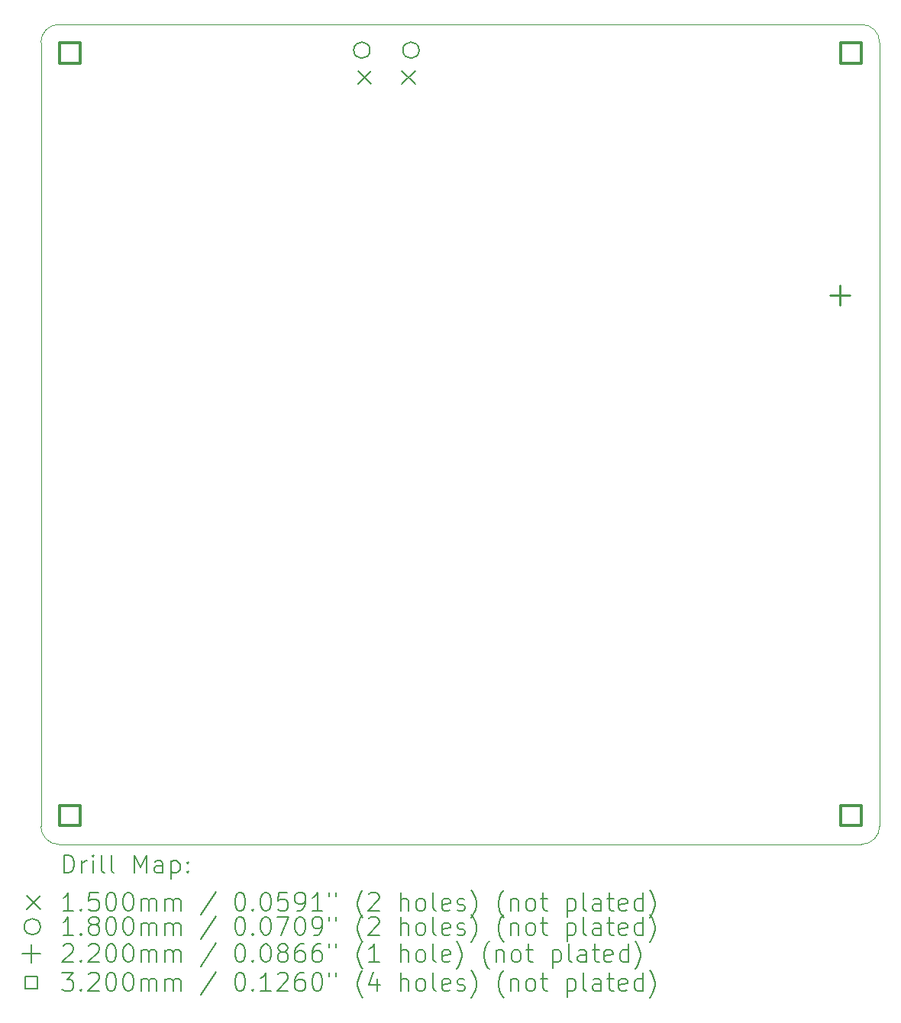
<source format=gbr>
%TF.GenerationSoftware,KiCad,Pcbnew,8.0.2*%
%TF.CreationDate,2024-05-29T13:58:34+02:00*%
%TF.ProjectId,porscheMuehk,706f7273-6368-4654-9d75-65686b2e6b69,rev?*%
%TF.SameCoordinates,Original*%
%TF.FileFunction,Drillmap*%
%TF.FilePolarity,Positive*%
%FSLAX45Y45*%
G04 Gerber Fmt 4.5, Leading zero omitted, Abs format (unit mm)*
G04 Created by KiCad (PCBNEW 8.0.2) date 2024-05-29 13:58:34*
%MOMM*%
%LPD*%
G01*
G04 APERTURE LIST*
%ADD10C,0.100000*%
%ADD11C,0.200000*%
%ADD12C,0.150000*%
%ADD13C,0.180000*%
%ADD14C,0.220000*%
%ADD15C,0.320000*%
G04 APERTURE END LIST*
D10*
X2400000Y-11100000D02*
G75*
G02*
X2200000Y-10900000I0J200000D01*
G01*
X11300000Y-11100000D02*
X2400000Y-11100000D01*
X2200000Y-10900000D02*
X2200000Y-2200000D01*
X2200000Y-2200000D02*
G75*
G02*
X2400000Y-2000000I200000J0D01*
G01*
X11500000Y-10900000D02*
G75*
G02*
X11300000Y-11100000I-200000J0D01*
G01*
X11300000Y-2000000D02*
G75*
G02*
X11500000Y-2200000I0J-200000D01*
G01*
X11300000Y-2000000D02*
X2400000Y-2000000D01*
X11500000Y-2200000D02*
X11500000Y-10900000D01*
D11*
D12*
X5713800Y-2514300D02*
X5863800Y-2664300D01*
X5863800Y-2514300D02*
X5713800Y-2664300D01*
X6198800Y-2514300D02*
X6348800Y-2664300D01*
X6348800Y-2514300D02*
X6198800Y-2664300D01*
D13*
X5848800Y-2286300D02*
G75*
G02*
X5668800Y-2286300I-90000J0D01*
G01*
X5668800Y-2286300D02*
G75*
G02*
X5848800Y-2286300I90000J0D01*
G01*
X6393800Y-2286300D02*
G75*
G02*
X6213800Y-2286300I-90000J0D01*
G01*
X6213800Y-2286300D02*
G75*
G02*
X6393800Y-2286300I90000J0D01*
G01*
D14*
X11062800Y-4893300D02*
X11062800Y-5113300D01*
X10952800Y-5003300D02*
X11172800Y-5003300D01*
D15*
X2633138Y-2433138D02*
X2633138Y-2206862D01*
X2406862Y-2206862D01*
X2406862Y-2433138D01*
X2633138Y-2433138D01*
X2633138Y-10893138D02*
X2633138Y-10666862D01*
X2406862Y-10666862D01*
X2406862Y-10893138D01*
X2633138Y-10893138D01*
X11293138Y-2433138D02*
X11293138Y-2206862D01*
X11066862Y-2206862D01*
X11066862Y-2433138D01*
X11293138Y-2433138D01*
X11293138Y-10893138D02*
X11293138Y-10666862D01*
X11066862Y-10666862D01*
X11066862Y-10893138D01*
X11293138Y-10893138D01*
D11*
X2455777Y-11416484D02*
X2455777Y-11216484D01*
X2455777Y-11216484D02*
X2503396Y-11216484D01*
X2503396Y-11216484D02*
X2531967Y-11226008D01*
X2531967Y-11226008D02*
X2551015Y-11245055D01*
X2551015Y-11245055D02*
X2560539Y-11264103D01*
X2560539Y-11264103D02*
X2570063Y-11302198D01*
X2570063Y-11302198D02*
X2570063Y-11330769D01*
X2570063Y-11330769D02*
X2560539Y-11368865D01*
X2560539Y-11368865D02*
X2551015Y-11387912D01*
X2551015Y-11387912D02*
X2531967Y-11406960D01*
X2531967Y-11406960D02*
X2503396Y-11416484D01*
X2503396Y-11416484D02*
X2455777Y-11416484D01*
X2655777Y-11416484D02*
X2655777Y-11283150D01*
X2655777Y-11321246D02*
X2665301Y-11302198D01*
X2665301Y-11302198D02*
X2674824Y-11292674D01*
X2674824Y-11292674D02*
X2693872Y-11283150D01*
X2693872Y-11283150D02*
X2712920Y-11283150D01*
X2779586Y-11416484D02*
X2779586Y-11283150D01*
X2779586Y-11216484D02*
X2770063Y-11226008D01*
X2770063Y-11226008D02*
X2779586Y-11235531D01*
X2779586Y-11235531D02*
X2789110Y-11226008D01*
X2789110Y-11226008D02*
X2779586Y-11216484D01*
X2779586Y-11216484D02*
X2779586Y-11235531D01*
X2903396Y-11416484D02*
X2884348Y-11406960D01*
X2884348Y-11406960D02*
X2874824Y-11387912D01*
X2874824Y-11387912D02*
X2874824Y-11216484D01*
X3008158Y-11416484D02*
X2989110Y-11406960D01*
X2989110Y-11406960D02*
X2979586Y-11387912D01*
X2979586Y-11387912D02*
X2979586Y-11216484D01*
X3236729Y-11416484D02*
X3236729Y-11216484D01*
X3236729Y-11216484D02*
X3303396Y-11359341D01*
X3303396Y-11359341D02*
X3370062Y-11216484D01*
X3370062Y-11216484D02*
X3370062Y-11416484D01*
X3551015Y-11416484D02*
X3551015Y-11311722D01*
X3551015Y-11311722D02*
X3541491Y-11292674D01*
X3541491Y-11292674D02*
X3522443Y-11283150D01*
X3522443Y-11283150D02*
X3484348Y-11283150D01*
X3484348Y-11283150D02*
X3465301Y-11292674D01*
X3551015Y-11406960D02*
X3531967Y-11416484D01*
X3531967Y-11416484D02*
X3484348Y-11416484D01*
X3484348Y-11416484D02*
X3465301Y-11406960D01*
X3465301Y-11406960D02*
X3455777Y-11387912D01*
X3455777Y-11387912D02*
X3455777Y-11368865D01*
X3455777Y-11368865D02*
X3465301Y-11349817D01*
X3465301Y-11349817D02*
X3484348Y-11340293D01*
X3484348Y-11340293D02*
X3531967Y-11340293D01*
X3531967Y-11340293D02*
X3551015Y-11330769D01*
X3646253Y-11283150D02*
X3646253Y-11483150D01*
X3646253Y-11292674D02*
X3665301Y-11283150D01*
X3665301Y-11283150D02*
X3703396Y-11283150D01*
X3703396Y-11283150D02*
X3722443Y-11292674D01*
X3722443Y-11292674D02*
X3731967Y-11302198D01*
X3731967Y-11302198D02*
X3741491Y-11321246D01*
X3741491Y-11321246D02*
X3741491Y-11378388D01*
X3741491Y-11378388D02*
X3731967Y-11397436D01*
X3731967Y-11397436D02*
X3722443Y-11406960D01*
X3722443Y-11406960D02*
X3703396Y-11416484D01*
X3703396Y-11416484D02*
X3665301Y-11416484D01*
X3665301Y-11416484D02*
X3646253Y-11406960D01*
X3827205Y-11397436D02*
X3836729Y-11406960D01*
X3836729Y-11406960D02*
X3827205Y-11416484D01*
X3827205Y-11416484D02*
X3817682Y-11406960D01*
X3817682Y-11406960D02*
X3827205Y-11397436D01*
X3827205Y-11397436D02*
X3827205Y-11416484D01*
X3827205Y-11292674D02*
X3836729Y-11302198D01*
X3836729Y-11302198D02*
X3827205Y-11311722D01*
X3827205Y-11311722D02*
X3817682Y-11302198D01*
X3817682Y-11302198D02*
X3827205Y-11292674D01*
X3827205Y-11292674D02*
X3827205Y-11311722D01*
D12*
X2045000Y-11670000D02*
X2195000Y-11820000D01*
X2195000Y-11670000D02*
X2045000Y-11820000D01*
D11*
X2560539Y-11836484D02*
X2446253Y-11836484D01*
X2503396Y-11836484D02*
X2503396Y-11636484D01*
X2503396Y-11636484D02*
X2484348Y-11665055D01*
X2484348Y-11665055D02*
X2465301Y-11684103D01*
X2465301Y-11684103D02*
X2446253Y-11693627D01*
X2646253Y-11817436D02*
X2655777Y-11826960D01*
X2655777Y-11826960D02*
X2646253Y-11836484D01*
X2646253Y-11836484D02*
X2636729Y-11826960D01*
X2636729Y-11826960D02*
X2646253Y-11817436D01*
X2646253Y-11817436D02*
X2646253Y-11836484D01*
X2836729Y-11636484D02*
X2741491Y-11636484D01*
X2741491Y-11636484D02*
X2731967Y-11731722D01*
X2731967Y-11731722D02*
X2741491Y-11722198D01*
X2741491Y-11722198D02*
X2760539Y-11712674D01*
X2760539Y-11712674D02*
X2808158Y-11712674D01*
X2808158Y-11712674D02*
X2827205Y-11722198D01*
X2827205Y-11722198D02*
X2836729Y-11731722D01*
X2836729Y-11731722D02*
X2846253Y-11750769D01*
X2846253Y-11750769D02*
X2846253Y-11798388D01*
X2846253Y-11798388D02*
X2836729Y-11817436D01*
X2836729Y-11817436D02*
X2827205Y-11826960D01*
X2827205Y-11826960D02*
X2808158Y-11836484D01*
X2808158Y-11836484D02*
X2760539Y-11836484D01*
X2760539Y-11836484D02*
X2741491Y-11826960D01*
X2741491Y-11826960D02*
X2731967Y-11817436D01*
X2970062Y-11636484D02*
X2989110Y-11636484D01*
X2989110Y-11636484D02*
X3008158Y-11646008D01*
X3008158Y-11646008D02*
X3017682Y-11655531D01*
X3017682Y-11655531D02*
X3027205Y-11674579D01*
X3027205Y-11674579D02*
X3036729Y-11712674D01*
X3036729Y-11712674D02*
X3036729Y-11760293D01*
X3036729Y-11760293D02*
X3027205Y-11798388D01*
X3027205Y-11798388D02*
X3017682Y-11817436D01*
X3017682Y-11817436D02*
X3008158Y-11826960D01*
X3008158Y-11826960D02*
X2989110Y-11836484D01*
X2989110Y-11836484D02*
X2970062Y-11836484D01*
X2970062Y-11836484D02*
X2951015Y-11826960D01*
X2951015Y-11826960D02*
X2941491Y-11817436D01*
X2941491Y-11817436D02*
X2931967Y-11798388D01*
X2931967Y-11798388D02*
X2922443Y-11760293D01*
X2922443Y-11760293D02*
X2922443Y-11712674D01*
X2922443Y-11712674D02*
X2931967Y-11674579D01*
X2931967Y-11674579D02*
X2941491Y-11655531D01*
X2941491Y-11655531D02*
X2951015Y-11646008D01*
X2951015Y-11646008D02*
X2970062Y-11636484D01*
X3160539Y-11636484D02*
X3179586Y-11636484D01*
X3179586Y-11636484D02*
X3198634Y-11646008D01*
X3198634Y-11646008D02*
X3208158Y-11655531D01*
X3208158Y-11655531D02*
X3217682Y-11674579D01*
X3217682Y-11674579D02*
X3227205Y-11712674D01*
X3227205Y-11712674D02*
X3227205Y-11760293D01*
X3227205Y-11760293D02*
X3217682Y-11798388D01*
X3217682Y-11798388D02*
X3208158Y-11817436D01*
X3208158Y-11817436D02*
X3198634Y-11826960D01*
X3198634Y-11826960D02*
X3179586Y-11836484D01*
X3179586Y-11836484D02*
X3160539Y-11836484D01*
X3160539Y-11836484D02*
X3141491Y-11826960D01*
X3141491Y-11826960D02*
X3131967Y-11817436D01*
X3131967Y-11817436D02*
X3122443Y-11798388D01*
X3122443Y-11798388D02*
X3112920Y-11760293D01*
X3112920Y-11760293D02*
X3112920Y-11712674D01*
X3112920Y-11712674D02*
X3122443Y-11674579D01*
X3122443Y-11674579D02*
X3131967Y-11655531D01*
X3131967Y-11655531D02*
X3141491Y-11646008D01*
X3141491Y-11646008D02*
X3160539Y-11636484D01*
X3312920Y-11836484D02*
X3312920Y-11703150D01*
X3312920Y-11722198D02*
X3322443Y-11712674D01*
X3322443Y-11712674D02*
X3341491Y-11703150D01*
X3341491Y-11703150D02*
X3370063Y-11703150D01*
X3370063Y-11703150D02*
X3389110Y-11712674D01*
X3389110Y-11712674D02*
X3398634Y-11731722D01*
X3398634Y-11731722D02*
X3398634Y-11836484D01*
X3398634Y-11731722D02*
X3408158Y-11712674D01*
X3408158Y-11712674D02*
X3427205Y-11703150D01*
X3427205Y-11703150D02*
X3455777Y-11703150D01*
X3455777Y-11703150D02*
X3474824Y-11712674D01*
X3474824Y-11712674D02*
X3484348Y-11731722D01*
X3484348Y-11731722D02*
X3484348Y-11836484D01*
X3579586Y-11836484D02*
X3579586Y-11703150D01*
X3579586Y-11722198D02*
X3589110Y-11712674D01*
X3589110Y-11712674D02*
X3608158Y-11703150D01*
X3608158Y-11703150D02*
X3636729Y-11703150D01*
X3636729Y-11703150D02*
X3655777Y-11712674D01*
X3655777Y-11712674D02*
X3665301Y-11731722D01*
X3665301Y-11731722D02*
X3665301Y-11836484D01*
X3665301Y-11731722D02*
X3674824Y-11712674D01*
X3674824Y-11712674D02*
X3693872Y-11703150D01*
X3693872Y-11703150D02*
X3722443Y-11703150D01*
X3722443Y-11703150D02*
X3741491Y-11712674D01*
X3741491Y-11712674D02*
X3751015Y-11731722D01*
X3751015Y-11731722D02*
X3751015Y-11836484D01*
X4141491Y-11626960D02*
X3970063Y-11884103D01*
X4398634Y-11636484D02*
X4417682Y-11636484D01*
X4417682Y-11636484D02*
X4436729Y-11646008D01*
X4436729Y-11646008D02*
X4446253Y-11655531D01*
X4446253Y-11655531D02*
X4455777Y-11674579D01*
X4455777Y-11674579D02*
X4465301Y-11712674D01*
X4465301Y-11712674D02*
X4465301Y-11760293D01*
X4465301Y-11760293D02*
X4455777Y-11798388D01*
X4455777Y-11798388D02*
X4446253Y-11817436D01*
X4446253Y-11817436D02*
X4436729Y-11826960D01*
X4436729Y-11826960D02*
X4417682Y-11836484D01*
X4417682Y-11836484D02*
X4398634Y-11836484D01*
X4398634Y-11836484D02*
X4379587Y-11826960D01*
X4379587Y-11826960D02*
X4370063Y-11817436D01*
X4370063Y-11817436D02*
X4360539Y-11798388D01*
X4360539Y-11798388D02*
X4351015Y-11760293D01*
X4351015Y-11760293D02*
X4351015Y-11712674D01*
X4351015Y-11712674D02*
X4360539Y-11674579D01*
X4360539Y-11674579D02*
X4370063Y-11655531D01*
X4370063Y-11655531D02*
X4379587Y-11646008D01*
X4379587Y-11646008D02*
X4398634Y-11636484D01*
X4551015Y-11817436D02*
X4560539Y-11826960D01*
X4560539Y-11826960D02*
X4551015Y-11836484D01*
X4551015Y-11836484D02*
X4541491Y-11826960D01*
X4541491Y-11826960D02*
X4551015Y-11817436D01*
X4551015Y-11817436D02*
X4551015Y-11836484D01*
X4684348Y-11636484D02*
X4703396Y-11636484D01*
X4703396Y-11636484D02*
X4722444Y-11646008D01*
X4722444Y-11646008D02*
X4731968Y-11655531D01*
X4731968Y-11655531D02*
X4741491Y-11674579D01*
X4741491Y-11674579D02*
X4751015Y-11712674D01*
X4751015Y-11712674D02*
X4751015Y-11760293D01*
X4751015Y-11760293D02*
X4741491Y-11798388D01*
X4741491Y-11798388D02*
X4731968Y-11817436D01*
X4731968Y-11817436D02*
X4722444Y-11826960D01*
X4722444Y-11826960D02*
X4703396Y-11836484D01*
X4703396Y-11836484D02*
X4684348Y-11836484D01*
X4684348Y-11836484D02*
X4665301Y-11826960D01*
X4665301Y-11826960D02*
X4655777Y-11817436D01*
X4655777Y-11817436D02*
X4646253Y-11798388D01*
X4646253Y-11798388D02*
X4636729Y-11760293D01*
X4636729Y-11760293D02*
X4636729Y-11712674D01*
X4636729Y-11712674D02*
X4646253Y-11674579D01*
X4646253Y-11674579D02*
X4655777Y-11655531D01*
X4655777Y-11655531D02*
X4665301Y-11646008D01*
X4665301Y-11646008D02*
X4684348Y-11636484D01*
X4931968Y-11636484D02*
X4836729Y-11636484D01*
X4836729Y-11636484D02*
X4827206Y-11731722D01*
X4827206Y-11731722D02*
X4836729Y-11722198D01*
X4836729Y-11722198D02*
X4855777Y-11712674D01*
X4855777Y-11712674D02*
X4903396Y-11712674D01*
X4903396Y-11712674D02*
X4922444Y-11722198D01*
X4922444Y-11722198D02*
X4931968Y-11731722D01*
X4931968Y-11731722D02*
X4941491Y-11750769D01*
X4941491Y-11750769D02*
X4941491Y-11798388D01*
X4941491Y-11798388D02*
X4931968Y-11817436D01*
X4931968Y-11817436D02*
X4922444Y-11826960D01*
X4922444Y-11826960D02*
X4903396Y-11836484D01*
X4903396Y-11836484D02*
X4855777Y-11836484D01*
X4855777Y-11836484D02*
X4836729Y-11826960D01*
X4836729Y-11826960D02*
X4827206Y-11817436D01*
X5036729Y-11836484D02*
X5074825Y-11836484D01*
X5074825Y-11836484D02*
X5093872Y-11826960D01*
X5093872Y-11826960D02*
X5103396Y-11817436D01*
X5103396Y-11817436D02*
X5122444Y-11788865D01*
X5122444Y-11788865D02*
X5131968Y-11750769D01*
X5131968Y-11750769D02*
X5131968Y-11674579D01*
X5131968Y-11674579D02*
X5122444Y-11655531D01*
X5122444Y-11655531D02*
X5112920Y-11646008D01*
X5112920Y-11646008D02*
X5093872Y-11636484D01*
X5093872Y-11636484D02*
X5055777Y-11636484D01*
X5055777Y-11636484D02*
X5036729Y-11646008D01*
X5036729Y-11646008D02*
X5027206Y-11655531D01*
X5027206Y-11655531D02*
X5017682Y-11674579D01*
X5017682Y-11674579D02*
X5017682Y-11722198D01*
X5017682Y-11722198D02*
X5027206Y-11741246D01*
X5027206Y-11741246D02*
X5036729Y-11750769D01*
X5036729Y-11750769D02*
X5055777Y-11760293D01*
X5055777Y-11760293D02*
X5093872Y-11760293D01*
X5093872Y-11760293D02*
X5112920Y-11750769D01*
X5112920Y-11750769D02*
X5122444Y-11741246D01*
X5122444Y-11741246D02*
X5131968Y-11722198D01*
X5322444Y-11836484D02*
X5208158Y-11836484D01*
X5265301Y-11836484D02*
X5265301Y-11636484D01*
X5265301Y-11636484D02*
X5246253Y-11665055D01*
X5246253Y-11665055D02*
X5227206Y-11684103D01*
X5227206Y-11684103D02*
X5208158Y-11693627D01*
X5398634Y-11636484D02*
X5398634Y-11674579D01*
X5474825Y-11636484D02*
X5474825Y-11674579D01*
X5770063Y-11912674D02*
X5760539Y-11903150D01*
X5760539Y-11903150D02*
X5741491Y-11874579D01*
X5741491Y-11874579D02*
X5731968Y-11855531D01*
X5731968Y-11855531D02*
X5722444Y-11826960D01*
X5722444Y-11826960D02*
X5712920Y-11779341D01*
X5712920Y-11779341D02*
X5712920Y-11741246D01*
X5712920Y-11741246D02*
X5722444Y-11693627D01*
X5722444Y-11693627D02*
X5731968Y-11665055D01*
X5731968Y-11665055D02*
X5741491Y-11646008D01*
X5741491Y-11646008D02*
X5760539Y-11617436D01*
X5760539Y-11617436D02*
X5770063Y-11607912D01*
X5836729Y-11655531D02*
X5846253Y-11646008D01*
X5846253Y-11646008D02*
X5865301Y-11636484D01*
X5865301Y-11636484D02*
X5912920Y-11636484D01*
X5912920Y-11636484D02*
X5931968Y-11646008D01*
X5931968Y-11646008D02*
X5941491Y-11655531D01*
X5941491Y-11655531D02*
X5951015Y-11674579D01*
X5951015Y-11674579D02*
X5951015Y-11693627D01*
X5951015Y-11693627D02*
X5941491Y-11722198D01*
X5941491Y-11722198D02*
X5827206Y-11836484D01*
X5827206Y-11836484D02*
X5951015Y-11836484D01*
X6189110Y-11836484D02*
X6189110Y-11636484D01*
X6274825Y-11836484D02*
X6274825Y-11731722D01*
X6274825Y-11731722D02*
X6265301Y-11712674D01*
X6265301Y-11712674D02*
X6246253Y-11703150D01*
X6246253Y-11703150D02*
X6217682Y-11703150D01*
X6217682Y-11703150D02*
X6198634Y-11712674D01*
X6198634Y-11712674D02*
X6189110Y-11722198D01*
X6398634Y-11836484D02*
X6379587Y-11826960D01*
X6379587Y-11826960D02*
X6370063Y-11817436D01*
X6370063Y-11817436D02*
X6360539Y-11798388D01*
X6360539Y-11798388D02*
X6360539Y-11741246D01*
X6360539Y-11741246D02*
X6370063Y-11722198D01*
X6370063Y-11722198D02*
X6379587Y-11712674D01*
X6379587Y-11712674D02*
X6398634Y-11703150D01*
X6398634Y-11703150D02*
X6427206Y-11703150D01*
X6427206Y-11703150D02*
X6446253Y-11712674D01*
X6446253Y-11712674D02*
X6455777Y-11722198D01*
X6455777Y-11722198D02*
X6465301Y-11741246D01*
X6465301Y-11741246D02*
X6465301Y-11798388D01*
X6465301Y-11798388D02*
X6455777Y-11817436D01*
X6455777Y-11817436D02*
X6446253Y-11826960D01*
X6446253Y-11826960D02*
X6427206Y-11836484D01*
X6427206Y-11836484D02*
X6398634Y-11836484D01*
X6579587Y-11836484D02*
X6560539Y-11826960D01*
X6560539Y-11826960D02*
X6551015Y-11807912D01*
X6551015Y-11807912D02*
X6551015Y-11636484D01*
X6731968Y-11826960D02*
X6712920Y-11836484D01*
X6712920Y-11836484D02*
X6674825Y-11836484D01*
X6674825Y-11836484D02*
X6655777Y-11826960D01*
X6655777Y-11826960D02*
X6646253Y-11807912D01*
X6646253Y-11807912D02*
X6646253Y-11731722D01*
X6646253Y-11731722D02*
X6655777Y-11712674D01*
X6655777Y-11712674D02*
X6674825Y-11703150D01*
X6674825Y-11703150D02*
X6712920Y-11703150D01*
X6712920Y-11703150D02*
X6731968Y-11712674D01*
X6731968Y-11712674D02*
X6741491Y-11731722D01*
X6741491Y-11731722D02*
X6741491Y-11750769D01*
X6741491Y-11750769D02*
X6646253Y-11769817D01*
X6817682Y-11826960D02*
X6836730Y-11836484D01*
X6836730Y-11836484D02*
X6874825Y-11836484D01*
X6874825Y-11836484D02*
X6893872Y-11826960D01*
X6893872Y-11826960D02*
X6903396Y-11807912D01*
X6903396Y-11807912D02*
X6903396Y-11798388D01*
X6903396Y-11798388D02*
X6893872Y-11779341D01*
X6893872Y-11779341D02*
X6874825Y-11769817D01*
X6874825Y-11769817D02*
X6846253Y-11769817D01*
X6846253Y-11769817D02*
X6827206Y-11760293D01*
X6827206Y-11760293D02*
X6817682Y-11741246D01*
X6817682Y-11741246D02*
X6817682Y-11731722D01*
X6817682Y-11731722D02*
X6827206Y-11712674D01*
X6827206Y-11712674D02*
X6846253Y-11703150D01*
X6846253Y-11703150D02*
X6874825Y-11703150D01*
X6874825Y-11703150D02*
X6893872Y-11712674D01*
X6970063Y-11912674D02*
X6979587Y-11903150D01*
X6979587Y-11903150D02*
X6998634Y-11874579D01*
X6998634Y-11874579D02*
X7008158Y-11855531D01*
X7008158Y-11855531D02*
X7017682Y-11826960D01*
X7017682Y-11826960D02*
X7027206Y-11779341D01*
X7027206Y-11779341D02*
X7027206Y-11741246D01*
X7027206Y-11741246D02*
X7017682Y-11693627D01*
X7017682Y-11693627D02*
X7008158Y-11665055D01*
X7008158Y-11665055D02*
X6998634Y-11646008D01*
X6998634Y-11646008D02*
X6979587Y-11617436D01*
X6979587Y-11617436D02*
X6970063Y-11607912D01*
X7331968Y-11912674D02*
X7322444Y-11903150D01*
X7322444Y-11903150D02*
X7303396Y-11874579D01*
X7303396Y-11874579D02*
X7293872Y-11855531D01*
X7293872Y-11855531D02*
X7284349Y-11826960D01*
X7284349Y-11826960D02*
X7274825Y-11779341D01*
X7274825Y-11779341D02*
X7274825Y-11741246D01*
X7274825Y-11741246D02*
X7284349Y-11693627D01*
X7284349Y-11693627D02*
X7293872Y-11665055D01*
X7293872Y-11665055D02*
X7303396Y-11646008D01*
X7303396Y-11646008D02*
X7322444Y-11617436D01*
X7322444Y-11617436D02*
X7331968Y-11607912D01*
X7408158Y-11703150D02*
X7408158Y-11836484D01*
X7408158Y-11722198D02*
X7417682Y-11712674D01*
X7417682Y-11712674D02*
X7436730Y-11703150D01*
X7436730Y-11703150D02*
X7465301Y-11703150D01*
X7465301Y-11703150D02*
X7484349Y-11712674D01*
X7484349Y-11712674D02*
X7493872Y-11731722D01*
X7493872Y-11731722D02*
X7493872Y-11836484D01*
X7617682Y-11836484D02*
X7598634Y-11826960D01*
X7598634Y-11826960D02*
X7589111Y-11817436D01*
X7589111Y-11817436D02*
X7579587Y-11798388D01*
X7579587Y-11798388D02*
X7579587Y-11741246D01*
X7579587Y-11741246D02*
X7589111Y-11722198D01*
X7589111Y-11722198D02*
X7598634Y-11712674D01*
X7598634Y-11712674D02*
X7617682Y-11703150D01*
X7617682Y-11703150D02*
X7646253Y-11703150D01*
X7646253Y-11703150D02*
X7665301Y-11712674D01*
X7665301Y-11712674D02*
X7674825Y-11722198D01*
X7674825Y-11722198D02*
X7684349Y-11741246D01*
X7684349Y-11741246D02*
X7684349Y-11798388D01*
X7684349Y-11798388D02*
X7674825Y-11817436D01*
X7674825Y-11817436D02*
X7665301Y-11826960D01*
X7665301Y-11826960D02*
X7646253Y-11836484D01*
X7646253Y-11836484D02*
X7617682Y-11836484D01*
X7741492Y-11703150D02*
X7817682Y-11703150D01*
X7770063Y-11636484D02*
X7770063Y-11807912D01*
X7770063Y-11807912D02*
X7779587Y-11826960D01*
X7779587Y-11826960D02*
X7798634Y-11836484D01*
X7798634Y-11836484D02*
X7817682Y-11836484D01*
X8036730Y-11703150D02*
X8036730Y-11903150D01*
X8036730Y-11712674D02*
X8055777Y-11703150D01*
X8055777Y-11703150D02*
X8093873Y-11703150D01*
X8093873Y-11703150D02*
X8112920Y-11712674D01*
X8112920Y-11712674D02*
X8122444Y-11722198D01*
X8122444Y-11722198D02*
X8131968Y-11741246D01*
X8131968Y-11741246D02*
X8131968Y-11798388D01*
X8131968Y-11798388D02*
X8122444Y-11817436D01*
X8122444Y-11817436D02*
X8112920Y-11826960D01*
X8112920Y-11826960D02*
X8093873Y-11836484D01*
X8093873Y-11836484D02*
X8055777Y-11836484D01*
X8055777Y-11836484D02*
X8036730Y-11826960D01*
X8246253Y-11836484D02*
X8227206Y-11826960D01*
X8227206Y-11826960D02*
X8217682Y-11807912D01*
X8217682Y-11807912D02*
X8217682Y-11636484D01*
X8408158Y-11836484D02*
X8408158Y-11731722D01*
X8408158Y-11731722D02*
X8398635Y-11712674D01*
X8398635Y-11712674D02*
X8379587Y-11703150D01*
X8379587Y-11703150D02*
X8341492Y-11703150D01*
X8341492Y-11703150D02*
X8322444Y-11712674D01*
X8408158Y-11826960D02*
X8389111Y-11836484D01*
X8389111Y-11836484D02*
X8341492Y-11836484D01*
X8341492Y-11836484D02*
X8322444Y-11826960D01*
X8322444Y-11826960D02*
X8312920Y-11807912D01*
X8312920Y-11807912D02*
X8312920Y-11788865D01*
X8312920Y-11788865D02*
X8322444Y-11769817D01*
X8322444Y-11769817D02*
X8341492Y-11760293D01*
X8341492Y-11760293D02*
X8389111Y-11760293D01*
X8389111Y-11760293D02*
X8408158Y-11750769D01*
X8474825Y-11703150D02*
X8551015Y-11703150D01*
X8503396Y-11636484D02*
X8503396Y-11807912D01*
X8503396Y-11807912D02*
X8512920Y-11826960D01*
X8512920Y-11826960D02*
X8531968Y-11836484D01*
X8531968Y-11836484D02*
X8551015Y-11836484D01*
X8693873Y-11826960D02*
X8674825Y-11836484D01*
X8674825Y-11836484D02*
X8636730Y-11836484D01*
X8636730Y-11836484D02*
X8617682Y-11826960D01*
X8617682Y-11826960D02*
X8608158Y-11807912D01*
X8608158Y-11807912D02*
X8608158Y-11731722D01*
X8608158Y-11731722D02*
X8617682Y-11712674D01*
X8617682Y-11712674D02*
X8636730Y-11703150D01*
X8636730Y-11703150D02*
X8674825Y-11703150D01*
X8674825Y-11703150D02*
X8693873Y-11712674D01*
X8693873Y-11712674D02*
X8703396Y-11731722D01*
X8703396Y-11731722D02*
X8703396Y-11750769D01*
X8703396Y-11750769D02*
X8608158Y-11769817D01*
X8874825Y-11836484D02*
X8874825Y-11636484D01*
X8874825Y-11826960D02*
X8855777Y-11836484D01*
X8855777Y-11836484D02*
X8817682Y-11836484D01*
X8817682Y-11836484D02*
X8798635Y-11826960D01*
X8798635Y-11826960D02*
X8789111Y-11817436D01*
X8789111Y-11817436D02*
X8779587Y-11798388D01*
X8779587Y-11798388D02*
X8779587Y-11741246D01*
X8779587Y-11741246D02*
X8789111Y-11722198D01*
X8789111Y-11722198D02*
X8798635Y-11712674D01*
X8798635Y-11712674D02*
X8817682Y-11703150D01*
X8817682Y-11703150D02*
X8855777Y-11703150D01*
X8855777Y-11703150D02*
X8874825Y-11712674D01*
X8951016Y-11912674D02*
X8960539Y-11903150D01*
X8960539Y-11903150D02*
X8979587Y-11874579D01*
X8979587Y-11874579D02*
X8989111Y-11855531D01*
X8989111Y-11855531D02*
X8998635Y-11826960D01*
X8998635Y-11826960D02*
X9008158Y-11779341D01*
X9008158Y-11779341D02*
X9008158Y-11741246D01*
X9008158Y-11741246D02*
X8998635Y-11693627D01*
X8998635Y-11693627D02*
X8989111Y-11665055D01*
X8989111Y-11665055D02*
X8979587Y-11646008D01*
X8979587Y-11646008D02*
X8960539Y-11617436D01*
X8960539Y-11617436D02*
X8951016Y-11607912D01*
D13*
X2195000Y-12015000D02*
G75*
G02*
X2015000Y-12015000I-90000J0D01*
G01*
X2015000Y-12015000D02*
G75*
G02*
X2195000Y-12015000I90000J0D01*
G01*
D11*
X2560539Y-12106484D02*
X2446253Y-12106484D01*
X2503396Y-12106484D02*
X2503396Y-11906484D01*
X2503396Y-11906484D02*
X2484348Y-11935055D01*
X2484348Y-11935055D02*
X2465301Y-11954103D01*
X2465301Y-11954103D02*
X2446253Y-11963627D01*
X2646253Y-12087436D02*
X2655777Y-12096960D01*
X2655777Y-12096960D02*
X2646253Y-12106484D01*
X2646253Y-12106484D02*
X2636729Y-12096960D01*
X2636729Y-12096960D02*
X2646253Y-12087436D01*
X2646253Y-12087436D02*
X2646253Y-12106484D01*
X2770063Y-11992198D02*
X2751015Y-11982674D01*
X2751015Y-11982674D02*
X2741491Y-11973150D01*
X2741491Y-11973150D02*
X2731967Y-11954103D01*
X2731967Y-11954103D02*
X2731967Y-11944579D01*
X2731967Y-11944579D02*
X2741491Y-11925531D01*
X2741491Y-11925531D02*
X2751015Y-11916008D01*
X2751015Y-11916008D02*
X2770063Y-11906484D01*
X2770063Y-11906484D02*
X2808158Y-11906484D01*
X2808158Y-11906484D02*
X2827205Y-11916008D01*
X2827205Y-11916008D02*
X2836729Y-11925531D01*
X2836729Y-11925531D02*
X2846253Y-11944579D01*
X2846253Y-11944579D02*
X2846253Y-11954103D01*
X2846253Y-11954103D02*
X2836729Y-11973150D01*
X2836729Y-11973150D02*
X2827205Y-11982674D01*
X2827205Y-11982674D02*
X2808158Y-11992198D01*
X2808158Y-11992198D02*
X2770063Y-11992198D01*
X2770063Y-11992198D02*
X2751015Y-12001722D01*
X2751015Y-12001722D02*
X2741491Y-12011246D01*
X2741491Y-12011246D02*
X2731967Y-12030293D01*
X2731967Y-12030293D02*
X2731967Y-12068388D01*
X2731967Y-12068388D02*
X2741491Y-12087436D01*
X2741491Y-12087436D02*
X2751015Y-12096960D01*
X2751015Y-12096960D02*
X2770063Y-12106484D01*
X2770063Y-12106484D02*
X2808158Y-12106484D01*
X2808158Y-12106484D02*
X2827205Y-12096960D01*
X2827205Y-12096960D02*
X2836729Y-12087436D01*
X2836729Y-12087436D02*
X2846253Y-12068388D01*
X2846253Y-12068388D02*
X2846253Y-12030293D01*
X2846253Y-12030293D02*
X2836729Y-12011246D01*
X2836729Y-12011246D02*
X2827205Y-12001722D01*
X2827205Y-12001722D02*
X2808158Y-11992198D01*
X2970062Y-11906484D02*
X2989110Y-11906484D01*
X2989110Y-11906484D02*
X3008158Y-11916008D01*
X3008158Y-11916008D02*
X3017682Y-11925531D01*
X3017682Y-11925531D02*
X3027205Y-11944579D01*
X3027205Y-11944579D02*
X3036729Y-11982674D01*
X3036729Y-11982674D02*
X3036729Y-12030293D01*
X3036729Y-12030293D02*
X3027205Y-12068388D01*
X3027205Y-12068388D02*
X3017682Y-12087436D01*
X3017682Y-12087436D02*
X3008158Y-12096960D01*
X3008158Y-12096960D02*
X2989110Y-12106484D01*
X2989110Y-12106484D02*
X2970062Y-12106484D01*
X2970062Y-12106484D02*
X2951015Y-12096960D01*
X2951015Y-12096960D02*
X2941491Y-12087436D01*
X2941491Y-12087436D02*
X2931967Y-12068388D01*
X2931967Y-12068388D02*
X2922443Y-12030293D01*
X2922443Y-12030293D02*
X2922443Y-11982674D01*
X2922443Y-11982674D02*
X2931967Y-11944579D01*
X2931967Y-11944579D02*
X2941491Y-11925531D01*
X2941491Y-11925531D02*
X2951015Y-11916008D01*
X2951015Y-11916008D02*
X2970062Y-11906484D01*
X3160539Y-11906484D02*
X3179586Y-11906484D01*
X3179586Y-11906484D02*
X3198634Y-11916008D01*
X3198634Y-11916008D02*
X3208158Y-11925531D01*
X3208158Y-11925531D02*
X3217682Y-11944579D01*
X3217682Y-11944579D02*
X3227205Y-11982674D01*
X3227205Y-11982674D02*
X3227205Y-12030293D01*
X3227205Y-12030293D02*
X3217682Y-12068388D01*
X3217682Y-12068388D02*
X3208158Y-12087436D01*
X3208158Y-12087436D02*
X3198634Y-12096960D01*
X3198634Y-12096960D02*
X3179586Y-12106484D01*
X3179586Y-12106484D02*
X3160539Y-12106484D01*
X3160539Y-12106484D02*
X3141491Y-12096960D01*
X3141491Y-12096960D02*
X3131967Y-12087436D01*
X3131967Y-12087436D02*
X3122443Y-12068388D01*
X3122443Y-12068388D02*
X3112920Y-12030293D01*
X3112920Y-12030293D02*
X3112920Y-11982674D01*
X3112920Y-11982674D02*
X3122443Y-11944579D01*
X3122443Y-11944579D02*
X3131967Y-11925531D01*
X3131967Y-11925531D02*
X3141491Y-11916008D01*
X3141491Y-11916008D02*
X3160539Y-11906484D01*
X3312920Y-12106484D02*
X3312920Y-11973150D01*
X3312920Y-11992198D02*
X3322443Y-11982674D01*
X3322443Y-11982674D02*
X3341491Y-11973150D01*
X3341491Y-11973150D02*
X3370063Y-11973150D01*
X3370063Y-11973150D02*
X3389110Y-11982674D01*
X3389110Y-11982674D02*
X3398634Y-12001722D01*
X3398634Y-12001722D02*
X3398634Y-12106484D01*
X3398634Y-12001722D02*
X3408158Y-11982674D01*
X3408158Y-11982674D02*
X3427205Y-11973150D01*
X3427205Y-11973150D02*
X3455777Y-11973150D01*
X3455777Y-11973150D02*
X3474824Y-11982674D01*
X3474824Y-11982674D02*
X3484348Y-12001722D01*
X3484348Y-12001722D02*
X3484348Y-12106484D01*
X3579586Y-12106484D02*
X3579586Y-11973150D01*
X3579586Y-11992198D02*
X3589110Y-11982674D01*
X3589110Y-11982674D02*
X3608158Y-11973150D01*
X3608158Y-11973150D02*
X3636729Y-11973150D01*
X3636729Y-11973150D02*
X3655777Y-11982674D01*
X3655777Y-11982674D02*
X3665301Y-12001722D01*
X3665301Y-12001722D02*
X3665301Y-12106484D01*
X3665301Y-12001722D02*
X3674824Y-11982674D01*
X3674824Y-11982674D02*
X3693872Y-11973150D01*
X3693872Y-11973150D02*
X3722443Y-11973150D01*
X3722443Y-11973150D02*
X3741491Y-11982674D01*
X3741491Y-11982674D02*
X3751015Y-12001722D01*
X3751015Y-12001722D02*
X3751015Y-12106484D01*
X4141491Y-11896960D02*
X3970063Y-12154103D01*
X4398634Y-11906484D02*
X4417682Y-11906484D01*
X4417682Y-11906484D02*
X4436729Y-11916008D01*
X4436729Y-11916008D02*
X4446253Y-11925531D01*
X4446253Y-11925531D02*
X4455777Y-11944579D01*
X4455777Y-11944579D02*
X4465301Y-11982674D01*
X4465301Y-11982674D02*
X4465301Y-12030293D01*
X4465301Y-12030293D02*
X4455777Y-12068388D01*
X4455777Y-12068388D02*
X4446253Y-12087436D01*
X4446253Y-12087436D02*
X4436729Y-12096960D01*
X4436729Y-12096960D02*
X4417682Y-12106484D01*
X4417682Y-12106484D02*
X4398634Y-12106484D01*
X4398634Y-12106484D02*
X4379587Y-12096960D01*
X4379587Y-12096960D02*
X4370063Y-12087436D01*
X4370063Y-12087436D02*
X4360539Y-12068388D01*
X4360539Y-12068388D02*
X4351015Y-12030293D01*
X4351015Y-12030293D02*
X4351015Y-11982674D01*
X4351015Y-11982674D02*
X4360539Y-11944579D01*
X4360539Y-11944579D02*
X4370063Y-11925531D01*
X4370063Y-11925531D02*
X4379587Y-11916008D01*
X4379587Y-11916008D02*
X4398634Y-11906484D01*
X4551015Y-12087436D02*
X4560539Y-12096960D01*
X4560539Y-12096960D02*
X4551015Y-12106484D01*
X4551015Y-12106484D02*
X4541491Y-12096960D01*
X4541491Y-12096960D02*
X4551015Y-12087436D01*
X4551015Y-12087436D02*
X4551015Y-12106484D01*
X4684348Y-11906484D02*
X4703396Y-11906484D01*
X4703396Y-11906484D02*
X4722444Y-11916008D01*
X4722444Y-11916008D02*
X4731968Y-11925531D01*
X4731968Y-11925531D02*
X4741491Y-11944579D01*
X4741491Y-11944579D02*
X4751015Y-11982674D01*
X4751015Y-11982674D02*
X4751015Y-12030293D01*
X4751015Y-12030293D02*
X4741491Y-12068388D01*
X4741491Y-12068388D02*
X4731968Y-12087436D01*
X4731968Y-12087436D02*
X4722444Y-12096960D01*
X4722444Y-12096960D02*
X4703396Y-12106484D01*
X4703396Y-12106484D02*
X4684348Y-12106484D01*
X4684348Y-12106484D02*
X4665301Y-12096960D01*
X4665301Y-12096960D02*
X4655777Y-12087436D01*
X4655777Y-12087436D02*
X4646253Y-12068388D01*
X4646253Y-12068388D02*
X4636729Y-12030293D01*
X4636729Y-12030293D02*
X4636729Y-11982674D01*
X4636729Y-11982674D02*
X4646253Y-11944579D01*
X4646253Y-11944579D02*
X4655777Y-11925531D01*
X4655777Y-11925531D02*
X4665301Y-11916008D01*
X4665301Y-11916008D02*
X4684348Y-11906484D01*
X4817682Y-11906484D02*
X4951015Y-11906484D01*
X4951015Y-11906484D02*
X4865301Y-12106484D01*
X5065301Y-11906484D02*
X5084349Y-11906484D01*
X5084349Y-11906484D02*
X5103396Y-11916008D01*
X5103396Y-11916008D02*
X5112920Y-11925531D01*
X5112920Y-11925531D02*
X5122444Y-11944579D01*
X5122444Y-11944579D02*
X5131968Y-11982674D01*
X5131968Y-11982674D02*
X5131968Y-12030293D01*
X5131968Y-12030293D02*
X5122444Y-12068388D01*
X5122444Y-12068388D02*
X5112920Y-12087436D01*
X5112920Y-12087436D02*
X5103396Y-12096960D01*
X5103396Y-12096960D02*
X5084349Y-12106484D01*
X5084349Y-12106484D02*
X5065301Y-12106484D01*
X5065301Y-12106484D02*
X5046253Y-12096960D01*
X5046253Y-12096960D02*
X5036729Y-12087436D01*
X5036729Y-12087436D02*
X5027206Y-12068388D01*
X5027206Y-12068388D02*
X5017682Y-12030293D01*
X5017682Y-12030293D02*
X5017682Y-11982674D01*
X5017682Y-11982674D02*
X5027206Y-11944579D01*
X5027206Y-11944579D02*
X5036729Y-11925531D01*
X5036729Y-11925531D02*
X5046253Y-11916008D01*
X5046253Y-11916008D02*
X5065301Y-11906484D01*
X5227206Y-12106484D02*
X5265301Y-12106484D01*
X5265301Y-12106484D02*
X5284349Y-12096960D01*
X5284349Y-12096960D02*
X5293872Y-12087436D01*
X5293872Y-12087436D02*
X5312920Y-12058865D01*
X5312920Y-12058865D02*
X5322444Y-12020769D01*
X5322444Y-12020769D02*
X5322444Y-11944579D01*
X5322444Y-11944579D02*
X5312920Y-11925531D01*
X5312920Y-11925531D02*
X5303396Y-11916008D01*
X5303396Y-11916008D02*
X5284349Y-11906484D01*
X5284349Y-11906484D02*
X5246253Y-11906484D01*
X5246253Y-11906484D02*
X5227206Y-11916008D01*
X5227206Y-11916008D02*
X5217682Y-11925531D01*
X5217682Y-11925531D02*
X5208158Y-11944579D01*
X5208158Y-11944579D02*
X5208158Y-11992198D01*
X5208158Y-11992198D02*
X5217682Y-12011246D01*
X5217682Y-12011246D02*
X5227206Y-12020769D01*
X5227206Y-12020769D02*
X5246253Y-12030293D01*
X5246253Y-12030293D02*
X5284349Y-12030293D01*
X5284349Y-12030293D02*
X5303396Y-12020769D01*
X5303396Y-12020769D02*
X5312920Y-12011246D01*
X5312920Y-12011246D02*
X5322444Y-11992198D01*
X5398634Y-11906484D02*
X5398634Y-11944579D01*
X5474825Y-11906484D02*
X5474825Y-11944579D01*
X5770063Y-12182674D02*
X5760539Y-12173150D01*
X5760539Y-12173150D02*
X5741491Y-12144579D01*
X5741491Y-12144579D02*
X5731968Y-12125531D01*
X5731968Y-12125531D02*
X5722444Y-12096960D01*
X5722444Y-12096960D02*
X5712920Y-12049341D01*
X5712920Y-12049341D02*
X5712920Y-12011246D01*
X5712920Y-12011246D02*
X5722444Y-11963627D01*
X5722444Y-11963627D02*
X5731968Y-11935055D01*
X5731968Y-11935055D02*
X5741491Y-11916008D01*
X5741491Y-11916008D02*
X5760539Y-11887436D01*
X5760539Y-11887436D02*
X5770063Y-11877912D01*
X5836729Y-11925531D02*
X5846253Y-11916008D01*
X5846253Y-11916008D02*
X5865301Y-11906484D01*
X5865301Y-11906484D02*
X5912920Y-11906484D01*
X5912920Y-11906484D02*
X5931968Y-11916008D01*
X5931968Y-11916008D02*
X5941491Y-11925531D01*
X5941491Y-11925531D02*
X5951015Y-11944579D01*
X5951015Y-11944579D02*
X5951015Y-11963627D01*
X5951015Y-11963627D02*
X5941491Y-11992198D01*
X5941491Y-11992198D02*
X5827206Y-12106484D01*
X5827206Y-12106484D02*
X5951015Y-12106484D01*
X6189110Y-12106484D02*
X6189110Y-11906484D01*
X6274825Y-12106484D02*
X6274825Y-12001722D01*
X6274825Y-12001722D02*
X6265301Y-11982674D01*
X6265301Y-11982674D02*
X6246253Y-11973150D01*
X6246253Y-11973150D02*
X6217682Y-11973150D01*
X6217682Y-11973150D02*
X6198634Y-11982674D01*
X6198634Y-11982674D02*
X6189110Y-11992198D01*
X6398634Y-12106484D02*
X6379587Y-12096960D01*
X6379587Y-12096960D02*
X6370063Y-12087436D01*
X6370063Y-12087436D02*
X6360539Y-12068388D01*
X6360539Y-12068388D02*
X6360539Y-12011246D01*
X6360539Y-12011246D02*
X6370063Y-11992198D01*
X6370063Y-11992198D02*
X6379587Y-11982674D01*
X6379587Y-11982674D02*
X6398634Y-11973150D01*
X6398634Y-11973150D02*
X6427206Y-11973150D01*
X6427206Y-11973150D02*
X6446253Y-11982674D01*
X6446253Y-11982674D02*
X6455777Y-11992198D01*
X6455777Y-11992198D02*
X6465301Y-12011246D01*
X6465301Y-12011246D02*
X6465301Y-12068388D01*
X6465301Y-12068388D02*
X6455777Y-12087436D01*
X6455777Y-12087436D02*
X6446253Y-12096960D01*
X6446253Y-12096960D02*
X6427206Y-12106484D01*
X6427206Y-12106484D02*
X6398634Y-12106484D01*
X6579587Y-12106484D02*
X6560539Y-12096960D01*
X6560539Y-12096960D02*
X6551015Y-12077912D01*
X6551015Y-12077912D02*
X6551015Y-11906484D01*
X6731968Y-12096960D02*
X6712920Y-12106484D01*
X6712920Y-12106484D02*
X6674825Y-12106484D01*
X6674825Y-12106484D02*
X6655777Y-12096960D01*
X6655777Y-12096960D02*
X6646253Y-12077912D01*
X6646253Y-12077912D02*
X6646253Y-12001722D01*
X6646253Y-12001722D02*
X6655777Y-11982674D01*
X6655777Y-11982674D02*
X6674825Y-11973150D01*
X6674825Y-11973150D02*
X6712920Y-11973150D01*
X6712920Y-11973150D02*
X6731968Y-11982674D01*
X6731968Y-11982674D02*
X6741491Y-12001722D01*
X6741491Y-12001722D02*
X6741491Y-12020769D01*
X6741491Y-12020769D02*
X6646253Y-12039817D01*
X6817682Y-12096960D02*
X6836730Y-12106484D01*
X6836730Y-12106484D02*
X6874825Y-12106484D01*
X6874825Y-12106484D02*
X6893872Y-12096960D01*
X6893872Y-12096960D02*
X6903396Y-12077912D01*
X6903396Y-12077912D02*
X6903396Y-12068388D01*
X6903396Y-12068388D02*
X6893872Y-12049341D01*
X6893872Y-12049341D02*
X6874825Y-12039817D01*
X6874825Y-12039817D02*
X6846253Y-12039817D01*
X6846253Y-12039817D02*
X6827206Y-12030293D01*
X6827206Y-12030293D02*
X6817682Y-12011246D01*
X6817682Y-12011246D02*
X6817682Y-12001722D01*
X6817682Y-12001722D02*
X6827206Y-11982674D01*
X6827206Y-11982674D02*
X6846253Y-11973150D01*
X6846253Y-11973150D02*
X6874825Y-11973150D01*
X6874825Y-11973150D02*
X6893872Y-11982674D01*
X6970063Y-12182674D02*
X6979587Y-12173150D01*
X6979587Y-12173150D02*
X6998634Y-12144579D01*
X6998634Y-12144579D02*
X7008158Y-12125531D01*
X7008158Y-12125531D02*
X7017682Y-12096960D01*
X7017682Y-12096960D02*
X7027206Y-12049341D01*
X7027206Y-12049341D02*
X7027206Y-12011246D01*
X7027206Y-12011246D02*
X7017682Y-11963627D01*
X7017682Y-11963627D02*
X7008158Y-11935055D01*
X7008158Y-11935055D02*
X6998634Y-11916008D01*
X6998634Y-11916008D02*
X6979587Y-11887436D01*
X6979587Y-11887436D02*
X6970063Y-11877912D01*
X7331968Y-12182674D02*
X7322444Y-12173150D01*
X7322444Y-12173150D02*
X7303396Y-12144579D01*
X7303396Y-12144579D02*
X7293872Y-12125531D01*
X7293872Y-12125531D02*
X7284349Y-12096960D01*
X7284349Y-12096960D02*
X7274825Y-12049341D01*
X7274825Y-12049341D02*
X7274825Y-12011246D01*
X7274825Y-12011246D02*
X7284349Y-11963627D01*
X7284349Y-11963627D02*
X7293872Y-11935055D01*
X7293872Y-11935055D02*
X7303396Y-11916008D01*
X7303396Y-11916008D02*
X7322444Y-11887436D01*
X7322444Y-11887436D02*
X7331968Y-11877912D01*
X7408158Y-11973150D02*
X7408158Y-12106484D01*
X7408158Y-11992198D02*
X7417682Y-11982674D01*
X7417682Y-11982674D02*
X7436730Y-11973150D01*
X7436730Y-11973150D02*
X7465301Y-11973150D01*
X7465301Y-11973150D02*
X7484349Y-11982674D01*
X7484349Y-11982674D02*
X7493872Y-12001722D01*
X7493872Y-12001722D02*
X7493872Y-12106484D01*
X7617682Y-12106484D02*
X7598634Y-12096960D01*
X7598634Y-12096960D02*
X7589111Y-12087436D01*
X7589111Y-12087436D02*
X7579587Y-12068388D01*
X7579587Y-12068388D02*
X7579587Y-12011246D01*
X7579587Y-12011246D02*
X7589111Y-11992198D01*
X7589111Y-11992198D02*
X7598634Y-11982674D01*
X7598634Y-11982674D02*
X7617682Y-11973150D01*
X7617682Y-11973150D02*
X7646253Y-11973150D01*
X7646253Y-11973150D02*
X7665301Y-11982674D01*
X7665301Y-11982674D02*
X7674825Y-11992198D01*
X7674825Y-11992198D02*
X7684349Y-12011246D01*
X7684349Y-12011246D02*
X7684349Y-12068388D01*
X7684349Y-12068388D02*
X7674825Y-12087436D01*
X7674825Y-12087436D02*
X7665301Y-12096960D01*
X7665301Y-12096960D02*
X7646253Y-12106484D01*
X7646253Y-12106484D02*
X7617682Y-12106484D01*
X7741492Y-11973150D02*
X7817682Y-11973150D01*
X7770063Y-11906484D02*
X7770063Y-12077912D01*
X7770063Y-12077912D02*
X7779587Y-12096960D01*
X7779587Y-12096960D02*
X7798634Y-12106484D01*
X7798634Y-12106484D02*
X7817682Y-12106484D01*
X8036730Y-11973150D02*
X8036730Y-12173150D01*
X8036730Y-11982674D02*
X8055777Y-11973150D01*
X8055777Y-11973150D02*
X8093873Y-11973150D01*
X8093873Y-11973150D02*
X8112920Y-11982674D01*
X8112920Y-11982674D02*
X8122444Y-11992198D01*
X8122444Y-11992198D02*
X8131968Y-12011246D01*
X8131968Y-12011246D02*
X8131968Y-12068388D01*
X8131968Y-12068388D02*
X8122444Y-12087436D01*
X8122444Y-12087436D02*
X8112920Y-12096960D01*
X8112920Y-12096960D02*
X8093873Y-12106484D01*
X8093873Y-12106484D02*
X8055777Y-12106484D01*
X8055777Y-12106484D02*
X8036730Y-12096960D01*
X8246253Y-12106484D02*
X8227206Y-12096960D01*
X8227206Y-12096960D02*
X8217682Y-12077912D01*
X8217682Y-12077912D02*
X8217682Y-11906484D01*
X8408158Y-12106484D02*
X8408158Y-12001722D01*
X8408158Y-12001722D02*
X8398635Y-11982674D01*
X8398635Y-11982674D02*
X8379587Y-11973150D01*
X8379587Y-11973150D02*
X8341492Y-11973150D01*
X8341492Y-11973150D02*
X8322444Y-11982674D01*
X8408158Y-12096960D02*
X8389111Y-12106484D01*
X8389111Y-12106484D02*
X8341492Y-12106484D01*
X8341492Y-12106484D02*
X8322444Y-12096960D01*
X8322444Y-12096960D02*
X8312920Y-12077912D01*
X8312920Y-12077912D02*
X8312920Y-12058865D01*
X8312920Y-12058865D02*
X8322444Y-12039817D01*
X8322444Y-12039817D02*
X8341492Y-12030293D01*
X8341492Y-12030293D02*
X8389111Y-12030293D01*
X8389111Y-12030293D02*
X8408158Y-12020769D01*
X8474825Y-11973150D02*
X8551015Y-11973150D01*
X8503396Y-11906484D02*
X8503396Y-12077912D01*
X8503396Y-12077912D02*
X8512920Y-12096960D01*
X8512920Y-12096960D02*
X8531968Y-12106484D01*
X8531968Y-12106484D02*
X8551015Y-12106484D01*
X8693873Y-12096960D02*
X8674825Y-12106484D01*
X8674825Y-12106484D02*
X8636730Y-12106484D01*
X8636730Y-12106484D02*
X8617682Y-12096960D01*
X8617682Y-12096960D02*
X8608158Y-12077912D01*
X8608158Y-12077912D02*
X8608158Y-12001722D01*
X8608158Y-12001722D02*
X8617682Y-11982674D01*
X8617682Y-11982674D02*
X8636730Y-11973150D01*
X8636730Y-11973150D02*
X8674825Y-11973150D01*
X8674825Y-11973150D02*
X8693873Y-11982674D01*
X8693873Y-11982674D02*
X8703396Y-12001722D01*
X8703396Y-12001722D02*
X8703396Y-12020769D01*
X8703396Y-12020769D02*
X8608158Y-12039817D01*
X8874825Y-12106484D02*
X8874825Y-11906484D01*
X8874825Y-12096960D02*
X8855777Y-12106484D01*
X8855777Y-12106484D02*
X8817682Y-12106484D01*
X8817682Y-12106484D02*
X8798635Y-12096960D01*
X8798635Y-12096960D02*
X8789111Y-12087436D01*
X8789111Y-12087436D02*
X8779587Y-12068388D01*
X8779587Y-12068388D02*
X8779587Y-12011246D01*
X8779587Y-12011246D02*
X8789111Y-11992198D01*
X8789111Y-11992198D02*
X8798635Y-11982674D01*
X8798635Y-11982674D02*
X8817682Y-11973150D01*
X8817682Y-11973150D02*
X8855777Y-11973150D01*
X8855777Y-11973150D02*
X8874825Y-11982674D01*
X8951016Y-12182674D02*
X8960539Y-12173150D01*
X8960539Y-12173150D02*
X8979587Y-12144579D01*
X8979587Y-12144579D02*
X8989111Y-12125531D01*
X8989111Y-12125531D02*
X8998635Y-12096960D01*
X8998635Y-12096960D02*
X9008158Y-12049341D01*
X9008158Y-12049341D02*
X9008158Y-12011246D01*
X9008158Y-12011246D02*
X8998635Y-11963627D01*
X8998635Y-11963627D02*
X8989111Y-11935055D01*
X8989111Y-11935055D02*
X8979587Y-11916008D01*
X8979587Y-11916008D02*
X8960539Y-11887436D01*
X8960539Y-11887436D02*
X8951016Y-11877912D01*
X2095000Y-12215000D02*
X2095000Y-12415000D01*
X1995000Y-12315000D02*
X2195000Y-12315000D01*
X2446253Y-12225531D02*
X2455777Y-12216008D01*
X2455777Y-12216008D02*
X2474824Y-12206484D01*
X2474824Y-12206484D02*
X2522444Y-12206484D01*
X2522444Y-12206484D02*
X2541491Y-12216008D01*
X2541491Y-12216008D02*
X2551015Y-12225531D01*
X2551015Y-12225531D02*
X2560539Y-12244579D01*
X2560539Y-12244579D02*
X2560539Y-12263627D01*
X2560539Y-12263627D02*
X2551015Y-12292198D01*
X2551015Y-12292198D02*
X2436729Y-12406484D01*
X2436729Y-12406484D02*
X2560539Y-12406484D01*
X2646253Y-12387436D02*
X2655777Y-12396960D01*
X2655777Y-12396960D02*
X2646253Y-12406484D01*
X2646253Y-12406484D02*
X2636729Y-12396960D01*
X2636729Y-12396960D02*
X2646253Y-12387436D01*
X2646253Y-12387436D02*
X2646253Y-12406484D01*
X2731967Y-12225531D02*
X2741491Y-12216008D01*
X2741491Y-12216008D02*
X2760539Y-12206484D01*
X2760539Y-12206484D02*
X2808158Y-12206484D01*
X2808158Y-12206484D02*
X2827205Y-12216008D01*
X2827205Y-12216008D02*
X2836729Y-12225531D01*
X2836729Y-12225531D02*
X2846253Y-12244579D01*
X2846253Y-12244579D02*
X2846253Y-12263627D01*
X2846253Y-12263627D02*
X2836729Y-12292198D01*
X2836729Y-12292198D02*
X2722444Y-12406484D01*
X2722444Y-12406484D02*
X2846253Y-12406484D01*
X2970062Y-12206484D02*
X2989110Y-12206484D01*
X2989110Y-12206484D02*
X3008158Y-12216008D01*
X3008158Y-12216008D02*
X3017682Y-12225531D01*
X3017682Y-12225531D02*
X3027205Y-12244579D01*
X3027205Y-12244579D02*
X3036729Y-12282674D01*
X3036729Y-12282674D02*
X3036729Y-12330293D01*
X3036729Y-12330293D02*
X3027205Y-12368388D01*
X3027205Y-12368388D02*
X3017682Y-12387436D01*
X3017682Y-12387436D02*
X3008158Y-12396960D01*
X3008158Y-12396960D02*
X2989110Y-12406484D01*
X2989110Y-12406484D02*
X2970062Y-12406484D01*
X2970062Y-12406484D02*
X2951015Y-12396960D01*
X2951015Y-12396960D02*
X2941491Y-12387436D01*
X2941491Y-12387436D02*
X2931967Y-12368388D01*
X2931967Y-12368388D02*
X2922443Y-12330293D01*
X2922443Y-12330293D02*
X2922443Y-12282674D01*
X2922443Y-12282674D02*
X2931967Y-12244579D01*
X2931967Y-12244579D02*
X2941491Y-12225531D01*
X2941491Y-12225531D02*
X2951015Y-12216008D01*
X2951015Y-12216008D02*
X2970062Y-12206484D01*
X3160539Y-12206484D02*
X3179586Y-12206484D01*
X3179586Y-12206484D02*
X3198634Y-12216008D01*
X3198634Y-12216008D02*
X3208158Y-12225531D01*
X3208158Y-12225531D02*
X3217682Y-12244579D01*
X3217682Y-12244579D02*
X3227205Y-12282674D01*
X3227205Y-12282674D02*
X3227205Y-12330293D01*
X3227205Y-12330293D02*
X3217682Y-12368388D01*
X3217682Y-12368388D02*
X3208158Y-12387436D01*
X3208158Y-12387436D02*
X3198634Y-12396960D01*
X3198634Y-12396960D02*
X3179586Y-12406484D01*
X3179586Y-12406484D02*
X3160539Y-12406484D01*
X3160539Y-12406484D02*
X3141491Y-12396960D01*
X3141491Y-12396960D02*
X3131967Y-12387436D01*
X3131967Y-12387436D02*
X3122443Y-12368388D01*
X3122443Y-12368388D02*
X3112920Y-12330293D01*
X3112920Y-12330293D02*
X3112920Y-12282674D01*
X3112920Y-12282674D02*
X3122443Y-12244579D01*
X3122443Y-12244579D02*
X3131967Y-12225531D01*
X3131967Y-12225531D02*
X3141491Y-12216008D01*
X3141491Y-12216008D02*
X3160539Y-12206484D01*
X3312920Y-12406484D02*
X3312920Y-12273150D01*
X3312920Y-12292198D02*
X3322443Y-12282674D01*
X3322443Y-12282674D02*
X3341491Y-12273150D01*
X3341491Y-12273150D02*
X3370063Y-12273150D01*
X3370063Y-12273150D02*
X3389110Y-12282674D01*
X3389110Y-12282674D02*
X3398634Y-12301722D01*
X3398634Y-12301722D02*
X3398634Y-12406484D01*
X3398634Y-12301722D02*
X3408158Y-12282674D01*
X3408158Y-12282674D02*
X3427205Y-12273150D01*
X3427205Y-12273150D02*
X3455777Y-12273150D01*
X3455777Y-12273150D02*
X3474824Y-12282674D01*
X3474824Y-12282674D02*
X3484348Y-12301722D01*
X3484348Y-12301722D02*
X3484348Y-12406484D01*
X3579586Y-12406484D02*
X3579586Y-12273150D01*
X3579586Y-12292198D02*
X3589110Y-12282674D01*
X3589110Y-12282674D02*
X3608158Y-12273150D01*
X3608158Y-12273150D02*
X3636729Y-12273150D01*
X3636729Y-12273150D02*
X3655777Y-12282674D01*
X3655777Y-12282674D02*
X3665301Y-12301722D01*
X3665301Y-12301722D02*
X3665301Y-12406484D01*
X3665301Y-12301722D02*
X3674824Y-12282674D01*
X3674824Y-12282674D02*
X3693872Y-12273150D01*
X3693872Y-12273150D02*
X3722443Y-12273150D01*
X3722443Y-12273150D02*
X3741491Y-12282674D01*
X3741491Y-12282674D02*
X3751015Y-12301722D01*
X3751015Y-12301722D02*
X3751015Y-12406484D01*
X4141491Y-12196960D02*
X3970063Y-12454103D01*
X4398634Y-12206484D02*
X4417682Y-12206484D01*
X4417682Y-12206484D02*
X4436729Y-12216008D01*
X4436729Y-12216008D02*
X4446253Y-12225531D01*
X4446253Y-12225531D02*
X4455777Y-12244579D01*
X4455777Y-12244579D02*
X4465301Y-12282674D01*
X4465301Y-12282674D02*
X4465301Y-12330293D01*
X4465301Y-12330293D02*
X4455777Y-12368388D01*
X4455777Y-12368388D02*
X4446253Y-12387436D01*
X4446253Y-12387436D02*
X4436729Y-12396960D01*
X4436729Y-12396960D02*
X4417682Y-12406484D01*
X4417682Y-12406484D02*
X4398634Y-12406484D01*
X4398634Y-12406484D02*
X4379587Y-12396960D01*
X4379587Y-12396960D02*
X4370063Y-12387436D01*
X4370063Y-12387436D02*
X4360539Y-12368388D01*
X4360539Y-12368388D02*
X4351015Y-12330293D01*
X4351015Y-12330293D02*
X4351015Y-12282674D01*
X4351015Y-12282674D02*
X4360539Y-12244579D01*
X4360539Y-12244579D02*
X4370063Y-12225531D01*
X4370063Y-12225531D02*
X4379587Y-12216008D01*
X4379587Y-12216008D02*
X4398634Y-12206484D01*
X4551015Y-12387436D02*
X4560539Y-12396960D01*
X4560539Y-12396960D02*
X4551015Y-12406484D01*
X4551015Y-12406484D02*
X4541491Y-12396960D01*
X4541491Y-12396960D02*
X4551015Y-12387436D01*
X4551015Y-12387436D02*
X4551015Y-12406484D01*
X4684348Y-12206484D02*
X4703396Y-12206484D01*
X4703396Y-12206484D02*
X4722444Y-12216008D01*
X4722444Y-12216008D02*
X4731968Y-12225531D01*
X4731968Y-12225531D02*
X4741491Y-12244579D01*
X4741491Y-12244579D02*
X4751015Y-12282674D01*
X4751015Y-12282674D02*
X4751015Y-12330293D01*
X4751015Y-12330293D02*
X4741491Y-12368388D01*
X4741491Y-12368388D02*
X4731968Y-12387436D01*
X4731968Y-12387436D02*
X4722444Y-12396960D01*
X4722444Y-12396960D02*
X4703396Y-12406484D01*
X4703396Y-12406484D02*
X4684348Y-12406484D01*
X4684348Y-12406484D02*
X4665301Y-12396960D01*
X4665301Y-12396960D02*
X4655777Y-12387436D01*
X4655777Y-12387436D02*
X4646253Y-12368388D01*
X4646253Y-12368388D02*
X4636729Y-12330293D01*
X4636729Y-12330293D02*
X4636729Y-12282674D01*
X4636729Y-12282674D02*
X4646253Y-12244579D01*
X4646253Y-12244579D02*
X4655777Y-12225531D01*
X4655777Y-12225531D02*
X4665301Y-12216008D01*
X4665301Y-12216008D02*
X4684348Y-12206484D01*
X4865301Y-12292198D02*
X4846253Y-12282674D01*
X4846253Y-12282674D02*
X4836729Y-12273150D01*
X4836729Y-12273150D02*
X4827206Y-12254103D01*
X4827206Y-12254103D02*
X4827206Y-12244579D01*
X4827206Y-12244579D02*
X4836729Y-12225531D01*
X4836729Y-12225531D02*
X4846253Y-12216008D01*
X4846253Y-12216008D02*
X4865301Y-12206484D01*
X4865301Y-12206484D02*
X4903396Y-12206484D01*
X4903396Y-12206484D02*
X4922444Y-12216008D01*
X4922444Y-12216008D02*
X4931968Y-12225531D01*
X4931968Y-12225531D02*
X4941491Y-12244579D01*
X4941491Y-12244579D02*
X4941491Y-12254103D01*
X4941491Y-12254103D02*
X4931968Y-12273150D01*
X4931968Y-12273150D02*
X4922444Y-12282674D01*
X4922444Y-12282674D02*
X4903396Y-12292198D01*
X4903396Y-12292198D02*
X4865301Y-12292198D01*
X4865301Y-12292198D02*
X4846253Y-12301722D01*
X4846253Y-12301722D02*
X4836729Y-12311246D01*
X4836729Y-12311246D02*
X4827206Y-12330293D01*
X4827206Y-12330293D02*
X4827206Y-12368388D01*
X4827206Y-12368388D02*
X4836729Y-12387436D01*
X4836729Y-12387436D02*
X4846253Y-12396960D01*
X4846253Y-12396960D02*
X4865301Y-12406484D01*
X4865301Y-12406484D02*
X4903396Y-12406484D01*
X4903396Y-12406484D02*
X4922444Y-12396960D01*
X4922444Y-12396960D02*
X4931968Y-12387436D01*
X4931968Y-12387436D02*
X4941491Y-12368388D01*
X4941491Y-12368388D02*
X4941491Y-12330293D01*
X4941491Y-12330293D02*
X4931968Y-12311246D01*
X4931968Y-12311246D02*
X4922444Y-12301722D01*
X4922444Y-12301722D02*
X4903396Y-12292198D01*
X5112920Y-12206484D02*
X5074825Y-12206484D01*
X5074825Y-12206484D02*
X5055777Y-12216008D01*
X5055777Y-12216008D02*
X5046253Y-12225531D01*
X5046253Y-12225531D02*
X5027206Y-12254103D01*
X5027206Y-12254103D02*
X5017682Y-12292198D01*
X5017682Y-12292198D02*
X5017682Y-12368388D01*
X5017682Y-12368388D02*
X5027206Y-12387436D01*
X5027206Y-12387436D02*
X5036729Y-12396960D01*
X5036729Y-12396960D02*
X5055777Y-12406484D01*
X5055777Y-12406484D02*
X5093872Y-12406484D01*
X5093872Y-12406484D02*
X5112920Y-12396960D01*
X5112920Y-12396960D02*
X5122444Y-12387436D01*
X5122444Y-12387436D02*
X5131968Y-12368388D01*
X5131968Y-12368388D02*
X5131968Y-12320769D01*
X5131968Y-12320769D02*
X5122444Y-12301722D01*
X5122444Y-12301722D02*
X5112920Y-12292198D01*
X5112920Y-12292198D02*
X5093872Y-12282674D01*
X5093872Y-12282674D02*
X5055777Y-12282674D01*
X5055777Y-12282674D02*
X5036729Y-12292198D01*
X5036729Y-12292198D02*
X5027206Y-12301722D01*
X5027206Y-12301722D02*
X5017682Y-12320769D01*
X5303396Y-12206484D02*
X5265301Y-12206484D01*
X5265301Y-12206484D02*
X5246253Y-12216008D01*
X5246253Y-12216008D02*
X5236729Y-12225531D01*
X5236729Y-12225531D02*
X5217682Y-12254103D01*
X5217682Y-12254103D02*
X5208158Y-12292198D01*
X5208158Y-12292198D02*
X5208158Y-12368388D01*
X5208158Y-12368388D02*
X5217682Y-12387436D01*
X5217682Y-12387436D02*
X5227206Y-12396960D01*
X5227206Y-12396960D02*
X5246253Y-12406484D01*
X5246253Y-12406484D02*
X5284349Y-12406484D01*
X5284349Y-12406484D02*
X5303396Y-12396960D01*
X5303396Y-12396960D02*
X5312920Y-12387436D01*
X5312920Y-12387436D02*
X5322444Y-12368388D01*
X5322444Y-12368388D02*
X5322444Y-12320769D01*
X5322444Y-12320769D02*
X5312920Y-12301722D01*
X5312920Y-12301722D02*
X5303396Y-12292198D01*
X5303396Y-12292198D02*
X5284349Y-12282674D01*
X5284349Y-12282674D02*
X5246253Y-12282674D01*
X5246253Y-12282674D02*
X5227206Y-12292198D01*
X5227206Y-12292198D02*
X5217682Y-12301722D01*
X5217682Y-12301722D02*
X5208158Y-12320769D01*
X5398634Y-12206484D02*
X5398634Y-12244579D01*
X5474825Y-12206484D02*
X5474825Y-12244579D01*
X5770063Y-12482674D02*
X5760539Y-12473150D01*
X5760539Y-12473150D02*
X5741491Y-12444579D01*
X5741491Y-12444579D02*
X5731968Y-12425531D01*
X5731968Y-12425531D02*
X5722444Y-12396960D01*
X5722444Y-12396960D02*
X5712920Y-12349341D01*
X5712920Y-12349341D02*
X5712920Y-12311246D01*
X5712920Y-12311246D02*
X5722444Y-12263627D01*
X5722444Y-12263627D02*
X5731968Y-12235055D01*
X5731968Y-12235055D02*
X5741491Y-12216008D01*
X5741491Y-12216008D02*
X5760539Y-12187436D01*
X5760539Y-12187436D02*
X5770063Y-12177912D01*
X5951015Y-12406484D02*
X5836729Y-12406484D01*
X5893872Y-12406484D02*
X5893872Y-12206484D01*
X5893872Y-12206484D02*
X5874825Y-12235055D01*
X5874825Y-12235055D02*
X5855777Y-12254103D01*
X5855777Y-12254103D02*
X5836729Y-12263627D01*
X6189110Y-12406484D02*
X6189110Y-12206484D01*
X6274825Y-12406484D02*
X6274825Y-12301722D01*
X6274825Y-12301722D02*
X6265301Y-12282674D01*
X6265301Y-12282674D02*
X6246253Y-12273150D01*
X6246253Y-12273150D02*
X6217682Y-12273150D01*
X6217682Y-12273150D02*
X6198634Y-12282674D01*
X6198634Y-12282674D02*
X6189110Y-12292198D01*
X6398634Y-12406484D02*
X6379587Y-12396960D01*
X6379587Y-12396960D02*
X6370063Y-12387436D01*
X6370063Y-12387436D02*
X6360539Y-12368388D01*
X6360539Y-12368388D02*
X6360539Y-12311246D01*
X6360539Y-12311246D02*
X6370063Y-12292198D01*
X6370063Y-12292198D02*
X6379587Y-12282674D01*
X6379587Y-12282674D02*
X6398634Y-12273150D01*
X6398634Y-12273150D02*
X6427206Y-12273150D01*
X6427206Y-12273150D02*
X6446253Y-12282674D01*
X6446253Y-12282674D02*
X6455777Y-12292198D01*
X6455777Y-12292198D02*
X6465301Y-12311246D01*
X6465301Y-12311246D02*
X6465301Y-12368388D01*
X6465301Y-12368388D02*
X6455777Y-12387436D01*
X6455777Y-12387436D02*
X6446253Y-12396960D01*
X6446253Y-12396960D02*
X6427206Y-12406484D01*
X6427206Y-12406484D02*
X6398634Y-12406484D01*
X6579587Y-12406484D02*
X6560539Y-12396960D01*
X6560539Y-12396960D02*
X6551015Y-12377912D01*
X6551015Y-12377912D02*
X6551015Y-12206484D01*
X6731968Y-12396960D02*
X6712920Y-12406484D01*
X6712920Y-12406484D02*
X6674825Y-12406484D01*
X6674825Y-12406484D02*
X6655777Y-12396960D01*
X6655777Y-12396960D02*
X6646253Y-12377912D01*
X6646253Y-12377912D02*
X6646253Y-12301722D01*
X6646253Y-12301722D02*
X6655777Y-12282674D01*
X6655777Y-12282674D02*
X6674825Y-12273150D01*
X6674825Y-12273150D02*
X6712920Y-12273150D01*
X6712920Y-12273150D02*
X6731968Y-12282674D01*
X6731968Y-12282674D02*
X6741491Y-12301722D01*
X6741491Y-12301722D02*
X6741491Y-12320769D01*
X6741491Y-12320769D02*
X6646253Y-12339817D01*
X6808158Y-12482674D02*
X6817682Y-12473150D01*
X6817682Y-12473150D02*
X6836730Y-12444579D01*
X6836730Y-12444579D02*
X6846253Y-12425531D01*
X6846253Y-12425531D02*
X6855777Y-12396960D01*
X6855777Y-12396960D02*
X6865301Y-12349341D01*
X6865301Y-12349341D02*
X6865301Y-12311246D01*
X6865301Y-12311246D02*
X6855777Y-12263627D01*
X6855777Y-12263627D02*
X6846253Y-12235055D01*
X6846253Y-12235055D02*
X6836730Y-12216008D01*
X6836730Y-12216008D02*
X6817682Y-12187436D01*
X6817682Y-12187436D02*
X6808158Y-12177912D01*
X7170063Y-12482674D02*
X7160539Y-12473150D01*
X7160539Y-12473150D02*
X7141491Y-12444579D01*
X7141491Y-12444579D02*
X7131968Y-12425531D01*
X7131968Y-12425531D02*
X7122444Y-12396960D01*
X7122444Y-12396960D02*
X7112920Y-12349341D01*
X7112920Y-12349341D02*
X7112920Y-12311246D01*
X7112920Y-12311246D02*
X7122444Y-12263627D01*
X7122444Y-12263627D02*
X7131968Y-12235055D01*
X7131968Y-12235055D02*
X7141491Y-12216008D01*
X7141491Y-12216008D02*
X7160539Y-12187436D01*
X7160539Y-12187436D02*
X7170063Y-12177912D01*
X7246253Y-12273150D02*
X7246253Y-12406484D01*
X7246253Y-12292198D02*
X7255777Y-12282674D01*
X7255777Y-12282674D02*
X7274825Y-12273150D01*
X7274825Y-12273150D02*
X7303396Y-12273150D01*
X7303396Y-12273150D02*
X7322444Y-12282674D01*
X7322444Y-12282674D02*
X7331968Y-12301722D01*
X7331968Y-12301722D02*
X7331968Y-12406484D01*
X7455777Y-12406484D02*
X7436730Y-12396960D01*
X7436730Y-12396960D02*
X7427206Y-12387436D01*
X7427206Y-12387436D02*
X7417682Y-12368388D01*
X7417682Y-12368388D02*
X7417682Y-12311246D01*
X7417682Y-12311246D02*
X7427206Y-12292198D01*
X7427206Y-12292198D02*
X7436730Y-12282674D01*
X7436730Y-12282674D02*
X7455777Y-12273150D01*
X7455777Y-12273150D02*
X7484349Y-12273150D01*
X7484349Y-12273150D02*
X7503396Y-12282674D01*
X7503396Y-12282674D02*
X7512920Y-12292198D01*
X7512920Y-12292198D02*
X7522444Y-12311246D01*
X7522444Y-12311246D02*
X7522444Y-12368388D01*
X7522444Y-12368388D02*
X7512920Y-12387436D01*
X7512920Y-12387436D02*
X7503396Y-12396960D01*
X7503396Y-12396960D02*
X7484349Y-12406484D01*
X7484349Y-12406484D02*
X7455777Y-12406484D01*
X7579587Y-12273150D02*
X7655777Y-12273150D01*
X7608158Y-12206484D02*
X7608158Y-12377912D01*
X7608158Y-12377912D02*
X7617682Y-12396960D01*
X7617682Y-12396960D02*
X7636730Y-12406484D01*
X7636730Y-12406484D02*
X7655777Y-12406484D01*
X7874825Y-12273150D02*
X7874825Y-12473150D01*
X7874825Y-12282674D02*
X7893872Y-12273150D01*
X7893872Y-12273150D02*
X7931968Y-12273150D01*
X7931968Y-12273150D02*
X7951015Y-12282674D01*
X7951015Y-12282674D02*
X7960539Y-12292198D01*
X7960539Y-12292198D02*
X7970063Y-12311246D01*
X7970063Y-12311246D02*
X7970063Y-12368388D01*
X7970063Y-12368388D02*
X7960539Y-12387436D01*
X7960539Y-12387436D02*
X7951015Y-12396960D01*
X7951015Y-12396960D02*
X7931968Y-12406484D01*
X7931968Y-12406484D02*
X7893872Y-12406484D01*
X7893872Y-12406484D02*
X7874825Y-12396960D01*
X8084349Y-12406484D02*
X8065301Y-12396960D01*
X8065301Y-12396960D02*
X8055777Y-12377912D01*
X8055777Y-12377912D02*
X8055777Y-12206484D01*
X8246253Y-12406484D02*
X8246253Y-12301722D01*
X8246253Y-12301722D02*
X8236730Y-12282674D01*
X8236730Y-12282674D02*
X8217682Y-12273150D01*
X8217682Y-12273150D02*
X8179587Y-12273150D01*
X8179587Y-12273150D02*
X8160539Y-12282674D01*
X8246253Y-12396960D02*
X8227206Y-12406484D01*
X8227206Y-12406484D02*
X8179587Y-12406484D01*
X8179587Y-12406484D02*
X8160539Y-12396960D01*
X8160539Y-12396960D02*
X8151015Y-12377912D01*
X8151015Y-12377912D02*
X8151015Y-12358865D01*
X8151015Y-12358865D02*
X8160539Y-12339817D01*
X8160539Y-12339817D02*
X8179587Y-12330293D01*
X8179587Y-12330293D02*
X8227206Y-12330293D01*
X8227206Y-12330293D02*
X8246253Y-12320769D01*
X8312920Y-12273150D02*
X8389111Y-12273150D01*
X8341492Y-12206484D02*
X8341492Y-12377912D01*
X8341492Y-12377912D02*
X8351015Y-12396960D01*
X8351015Y-12396960D02*
X8370063Y-12406484D01*
X8370063Y-12406484D02*
X8389111Y-12406484D01*
X8531968Y-12396960D02*
X8512920Y-12406484D01*
X8512920Y-12406484D02*
X8474825Y-12406484D01*
X8474825Y-12406484D02*
X8455777Y-12396960D01*
X8455777Y-12396960D02*
X8446254Y-12377912D01*
X8446254Y-12377912D02*
X8446254Y-12301722D01*
X8446254Y-12301722D02*
X8455777Y-12282674D01*
X8455777Y-12282674D02*
X8474825Y-12273150D01*
X8474825Y-12273150D02*
X8512920Y-12273150D01*
X8512920Y-12273150D02*
X8531968Y-12282674D01*
X8531968Y-12282674D02*
X8541492Y-12301722D01*
X8541492Y-12301722D02*
X8541492Y-12320769D01*
X8541492Y-12320769D02*
X8446254Y-12339817D01*
X8712920Y-12406484D02*
X8712920Y-12206484D01*
X8712920Y-12396960D02*
X8693873Y-12406484D01*
X8693873Y-12406484D02*
X8655777Y-12406484D01*
X8655777Y-12406484D02*
X8636730Y-12396960D01*
X8636730Y-12396960D02*
X8627206Y-12387436D01*
X8627206Y-12387436D02*
X8617682Y-12368388D01*
X8617682Y-12368388D02*
X8617682Y-12311246D01*
X8617682Y-12311246D02*
X8627206Y-12292198D01*
X8627206Y-12292198D02*
X8636730Y-12282674D01*
X8636730Y-12282674D02*
X8655777Y-12273150D01*
X8655777Y-12273150D02*
X8693873Y-12273150D01*
X8693873Y-12273150D02*
X8712920Y-12282674D01*
X8789111Y-12482674D02*
X8798635Y-12473150D01*
X8798635Y-12473150D02*
X8817682Y-12444579D01*
X8817682Y-12444579D02*
X8827206Y-12425531D01*
X8827206Y-12425531D02*
X8836730Y-12396960D01*
X8836730Y-12396960D02*
X8846254Y-12349341D01*
X8846254Y-12349341D02*
X8846254Y-12311246D01*
X8846254Y-12311246D02*
X8836730Y-12263627D01*
X8836730Y-12263627D02*
X8827206Y-12235055D01*
X8827206Y-12235055D02*
X8817682Y-12216008D01*
X8817682Y-12216008D02*
X8798635Y-12187436D01*
X8798635Y-12187436D02*
X8789111Y-12177912D01*
X2165711Y-12705711D02*
X2165711Y-12564289D01*
X2024289Y-12564289D01*
X2024289Y-12705711D01*
X2165711Y-12705711D01*
X2436729Y-12526484D02*
X2560539Y-12526484D01*
X2560539Y-12526484D02*
X2493872Y-12602674D01*
X2493872Y-12602674D02*
X2522444Y-12602674D01*
X2522444Y-12602674D02*
X2541491Y-12612198D01*
X2541491Y-12612198D02*
X2551015Y-12621722D01*
X2551015Y-12621722D02*
X2560539Y-12640769D01*
X2560539Y-12640769D02*
X2560539Y-12688388D01*
X2560539Y-12688388D02*
X2551015Y-12707436D01*
X2551015Y-12707436D02*
X2541491Y-12716960D01*
X2541491Y-12716960D02*
X2522444Y-12726484D01*
X2522444Y-12726484D02*
X2465301Y-12726484D01*
X2465301Y-12726484D02*
X2446253Y-12716960D01*
X2446253Y-12716960D02*
X2436729Y-12707436D01*
X2646253Y-12707436D02*
X2655777Y-12716960D01*
X2655777Y-12716960D02*
X2646253Y-12726484D01*
X2646253Y-12726484D02*
X2636729Y-12716960D01*
X2636729Y-12716960D02*
X2646253Y-12707436D01*
X2646253Y-12707436D02*
X2646253Y-12726484D01*
X2731967Y-12545531D02*
X2741491Y-12536008D01*
X2741491Y-12536008D02*
X2760539Y-12526484D01*
X2760539Y-12526484D02*
X2808158Y-12526484D01*
X2808158Y-12526484D02*
X2827205Y-12536008D01*
X2827205Y-12536008D02*
X2836729Y-12545531D01*
X2836729Y-12545531D02*
X2846253Y-12564579D01*
X2846253Y-12564579D02*
X2846253Y-12583627D01*
X2846253Y-12583627D02*
X2836729Y-12612198D01*
X2836729Y-12612198D02*
X2722444Y-12726484D01*
X2722444Y-12726484D02*
X2846253Y-12726484D01*
X2970062Y-12526484D02*
X2989110Y-12526484D01*
X2989110Y-12526484D02*
X3008158Y-12536008D01*
X3008158Y-12536008D02*
X3017682Y-12545531D01*
X3017682Y-12545531D02*
X3027205Y-12564579D01*
X3027205Y-12564579D02*
X3036729Y-12602674D01*
X3036729Y-12602674D02*
X3036729Y-12650293D01*
X3036729Y-12650293D02*
X3027205Y-12688388D01*
X3027205Y-12688388D02*
X3017682Y-12707436D01*
X3017682Y-12707436D02*
X3008158Y-12716960D01*
X3008158Y-12716960D02*
X2989110Y-12726484D01*
X2989110Y-12726484D02*
X2970062Y-12726484D01*
X2970062Y-12726484D02*
X2951015Y-12716960D01*
X2951015Y-12716960D02*
X2941491Y-12707436D01*
X2941491Y-12707436D02*
X2931967Y-12688388D01*
X2931967Y-12688388D02*
X2922443Y-12650293D01*
X2922443Y-12650293D02*
X2922443Y-12602674D01*
X2922443Y-12602674D02*
X2931967Y-12564579D01*
X2931967Y-12564579D02*
X2941491Y-12545531D01*
X2941491Y-12545531D02*
X2951015Y-12536008D01*
X2951015Y-12536008D02*
X2970062Y-12526484D01*
X3160539Y-12526484D02*
X3179586Y-12526484D01*
X3179586Y-12526484D02*
X3198634Y-12536008D01*
X3198634Y-12536008D02*
X3208158Y-12545531D01*
X3208158Y-12545531D02*
X3217682Y-12564579D01*
X3217682Y-12564579D02*
X3227205Y-12602674D01*
X3227205Y-12602674D02*
X3227205Y-12650293D01*
X3227205Y-12650293D02*
X3217682Y-12688388D01*
X3217682Y-12688388D02*
X3208158Y-12707436D01*
X3208158Y-12707436D02*
X3198634Y-12716960D01*
X3198634Y-12716960D02*
X3179586Y-12726484D01*
X3179586Y-12726484D02*
X3160539Y-12726484D01*
X3160539Y-12726484D02*
X3141491Y-12716960D01*
X3141491Y-12716960D02*
X3131967Y-12707436D01*
X3131967Y-12707436D02*
X3122443Y-12688388D01*
X3122443Y-12688388D02*
X3112920Y-12650293D01*
X3112920Y-12650293D02*
X3112920Y-12602674D01*
X3112920Y-12602674D02*
X3122443Y-12564579D01*
X3122443Y-12564579D02*
X3131967Y-12545531D01*
X3131967Y-12545531D02*
X3141491Y-12536008D01*
X3141491Y-12536008D02*
X3160539Y-12526484D01*
X3312920Y-12726484D02*
X3312920Y-12593150D01*
X3312920Y-12612198D02*
X3322443Y-12602674D01*
X3322443Y-12602674D02*
X3341491Y-12593150D01*
X3341491Y-12593150D02*
X3370063Y-12593150D01*
X3370063Y-12593150D02*
X3389110Y-12602674D01*
X3389110Y-12602674D02*
X3398634Y-12621722D01*
X3398634Y-12621722D02*
X3398634Y-12726484D01*
X3398634Y-12621722D02*
X3408158Y-12602674D01*
X3408158Y-12602674D02*
X3427205Y-12593150D01*
X3427205Y-12593150D02*
X3455777Y-12593150D01*
X3455777Y-12593150D02*
X3474824Y-12602674D01*
X3474824Y-12602674D02*
X3484348Y-12621722D01*
X3484348Y-12621722D02*
X3484348Y-12726484D01*
X3579586Y-12726484D02*
X3579586Y-12593150D01*
X3579586Y-12612198D02*
X3589110Y-12602674D01*
X3589110Y-12602674D02*
X3608158Y-12593150D01*
X3608158Y-12593150D02*
X3636729Y-12593150D01*
X3636729Y-12593150D02*
X3655777Y-12602674D01*
X3655777Y-12602674D02*
X3665301Y-12621722D01*
X3665301Y-12621722D02*
X3665301Y-12726484D01*
X3665301Y-12621722D02*
X3674824Y-12602674D01*
X3674824Y-12602674D02*
X3693872Y-12593150D01*
X3693872Y-12593150D02*
X3722443Y-12593150D01*
X3722443Y-12593150D02*
X3741491Y-12602674D01*
X3741491Y-12602674D02*
X3751015Y-12621722D01*
X3751015Y-12621722D02*
X3751015Y-12726484D01*
X4141491Y-12516960D02*
X3970063Y-12774103D01*
X4398634Y-12526484D02*
X4417682Y-12526484D01*
X4417682Y-12526484D02*
X4436729Y-12536008D01*
X4436729Y-12536008D02*
X4446253Y-12545531D01*
X4446253Y-12545531D02*
X4455777Y-12564579D01*
X4455777Y-12564579D02*
X4465301Y-12602674D01*
X4465301Y-12602674D02*
X4465301Y-12650293D01*
X4465301Y-12650293D02*
X4455777Y-12688388D01*
X4455777Y-12688388D02*
X4446253Y-12707436D01*
X4446253Y-12707436D02*
X4436729Y-12716960D01*
X4436729Y-12716960D02*
X4417682Y-12726484D01*
X4417682Y-12726484D02*
X4398634Y-12726484D01*
X4398634Y-12726484D02*
X4379587Y-12716960D01*
X4379587Y-12716960D02*
X4370063Y-12707436D01*
X4370063Y-12707436D02*
X4360539Y-12688388D01*
X4360539Y-12688388D02*
X4351015Y-12650293D01*
X4351015Y-12650293D02*
X4351015Y-12602674D01*
X4351015Y-12602674D02*
X4360539Y-12564579D01*
X4360539Y-12564579D02*
X4370063Y-12545531D01*
X4370063Y-12545531D02*
X4379587Y-12536008D01*
X4379587Y-12536008D02*
X4398634Y-12526484D01*
X4551015Y-12707436D02*
X4560539Y-12716960D01*
X4560539Y-12716960D02*
X4551015Y-12726484D01*
X4551015Y-12726484D02*
X4541491Y-12716960D01*
X4541491Y-12716960D02*
X4551015Y-12707436D01*
X4551015Y-12707436D02*
X4551015Y-12726484D01*
X4751015Y-12726484D02*
X4636729Y-12726484D01*
X4693872Y-12726484D02*
X4693872Y-12526484D01*
X4693872Y-12526484D02*
X4674825Y-12555055D01*
X4674825Y-12555055D02*
X4655777Y-12574103D01*
X4655777Y-12574103D02*
X4636729Y-12583627D01*
X4827206Y-12545531D02*
X4836729Y-12536008D01*
X4836729Y-12536008D02*
X4855777Y-12526484D01*
X4855777Y-12526484D02*
X4903396Y-12526484D01*
X4903396Y-12526484D02*
X4922444Y-12536008D01*
X4922444Y-12536008D02*
X4931968Y-12545531D01*
X4931968Y-12545531D02*
X4941491Y-12564579D01*
X4941491Y-12564579D02*
X4941491Y-12583627D01*
X4941491Y-12583627D02*
X4931968Y-12612198D01*
X4931968Y-12612198D02*
X4817682Y-12726484D01*
X4817682Y-12726484D02*
X4941491Y-12726484D01*
X5112920Y-12526484D02*
X5074825Y-12526484D01*
X5074825Y-12526484D02*
X5055777Y-12536008D01*
X5055777Y-12536008D02*
X5046253Y-12545531D01*
X5046253Y-12545531D02*
X5027206Y-12574103D01*
X5027206Y-12574103D02*
X5017682Y-12612198D01*
X5017682Y-12612198D02*
X5017682Y-12688388D01*
X5017682Y-12688388D02*
X5027206Y-12707436D01*
X5027206Y-12707436D02*
X5036729Y-12716960D01*
X5036729Y-12716960D02*
X5055777Y-12726484D01*
X5055777Y-12726484D02*
X5093872Y-12726484D01*
X5093872Y-12726484D02*
X5112920Y-12716960D01*
X5112920Y-12716960D02*
X5122444Y-12707436D01*
X5122444Y-12707436D02*
X5131968Y-12688388D01*
X5131968Y-12688388D02*
X5131968Y-12640769D01*
X5131968Y-12640769D02*
X5122444Y-12621722D01*
X5122444Y-12621722D02*
X5112920Y-12612198D01*
X5112920Y-12612198D02*
X5093872Y-12602674D01*
X5093872Y-12602674D02*
X5055777Y-12602674D01*
X5055777Y-12602674D02*
X5036729Y-12612198D01*
X5036729Y-12612198D02*
X5027206Y-12621722D01*
X5027206Y-12621722D02*
X5017682Y-12640769D01*
X5255777Y-12526484D02*
X5274825Y-12526484D01*
X5274825Y-12526484D02*
X5293872Y-12536008D01*
X5293872Y-12536008D02*
X5303396Y-12545531D01*
X5303396Y-12545531D02*
X5312920Y-12564579D01*
X5312920Y-12564579D02*
X5322444Y-12602674D01*
X5322444Y-12602674D02*
X5322444Y-12650293D01*
X5322444Y-12650293D02*
X5312920Y-12688388D01*
X5312920Y-12688388D02*
X5303396Y-12707436D01*
X5303396Y-12707436D02*
X5293872Y-12716960D01*
X5293872Y-12716960D02*
X5274825Y-12726484D01*
X5274825Y-12726484D02*
X5255777Y-12726484D01*
X5255777Y-12726484D02*
X5236729Y-12716960D01*
X5236729Y-12716960D02*
X5227206Y-12707436D01*
X5227206Y-12707436D02*
X5217682Y-12688388D01*
X5217682Y-12688388D02*
X5208158Y-12650293D01*
X5208158Y-12650293D02*
X5208158Y-12602674D01*
X5208158Y-12602674D02*
X5217682Y-12564579D01*
X5217682Y-12564579D02*
X5227206Y-12545531D01*
X5227206Y-12545531D02*
X5236729Y-12536008D01*
X5236729Y-12536008D02*
X5255777Y-12526484D01*
X5398634Y-12526484D02*
X5398634Y-12564579D01*
X5474825Y-12526484D02*
X5474825Y-12564579D01*
X5770063Y-12802674D02*
X5760539Y-12793150D01*
X5760539Y-12793150D02*
X5741491Y-12764579D01*
X5741491Y-12764579D02*
X5731968Y-12745531D01*
X5731968Y-12745531D02*
X5722444Y-12716960D01*
X5722444Y-12716960D02*
X5712920Y-12669341D01*
X5712920Y-12669341D02*
X5712920Y-12631246D01*
X5712920Y-12631246D02*
X5722444Y-12583627D01*
X5722444Y-12583627D02*
X5731968Y-12555055D01*
X5731968Y-12555055D02*
X5741491Y-12536008D01*
X5741491Y-12536008D02*
X5760539Y-12507436D01*
X5760539Y-12507436D02*
X5770063Y-12497912D01*
X5931968Y-12593150D02*
X5931968Y-12726484D01*
X5884348Y-12516960D02*
X5836729Y-12659817D01*
X5836729Y-12659817D02*
X5960539Y-12659817D01*
X6189110Y-12726484D02*
X6189110Y-12526484D01*
X6274825Y-12726484D02*
X6274825Y-12621722D01*
X6274825Y-12621722D02*
X6265301Y-12602674D01*
X6265301Y-12602674D02*
X6246253Y-12593150D01*
X6246253Y-12593150D02*
X6217682Y-12593150D01*
X6217682Y-12593150D02*
X6198634Y-12602674D01*
X6198634Y-12602674D02*
X6189110Y-12612198D01*
X6398634Y-12726484D02*
X6379587Y-12716960D01*
X6379587Y-12716960D02*
X6370063Y-12707436D01*
X6370063Y-12707436D02*
X6360539Y-12688388D01*
X6360539Y-12688388D02*
X6360539Y-12631246D01*
X6360539Y-12631246D02*
X6370063Y-12612198D01*
X6370063Y-12612198D02*
X6379587Y-12602674D01*
X6379587Y-12602674D02*
X6398634Y-12593150D01*
X6398634Y-12593150D02*
X6427206Y-12593150D01*
X6427206Y-12593150D02*
X6446253Y-12602674D01*
X6446253Y-12602674D02*
X6455777Y-12612198D01*
X6455777Y-12612198D02*
X6465301Y-12631246D01*
X6465301Y-12631246D02*
X6465301Y-12688388D01*
X6465301Y-12688388D02*
X6455777Y-12707436D01*
X6455777Y-12707436D02*
X6446253Y-12716960D01*
X6446253Y-12716960D02*
X6427206Y-12726484D01*
X6427206Y-12726484D02*
X6398634Y-12726484D01*
X6579587Y-12726484D02*
X6560539Y-12716960D01*
X6560539Y-12716960D02*
X6551015Y-12697912D01*
X6551015Y-12697912D02*
X6551015Y-12526484D01*
X6731968Y-12716960D02*
X6712920Y-12726484D01*
X6712920Y-12726484D02*
X6674825Y-12726484D01*
X6674825Y-12726484D02*
X6655777Y-12716960D01*
X6655777Y-12716960D02*
X6646253Y-12697912D01*
X6646253Y-12697912D02*
X6646253Y-12621722D01*
X6646253Y-12621722D02*
X6655777Y-12602674D01*
X6655777Y-12602674D02*
X6674825Y-12593150D01*
X6674825Y-12593150D02*
X6712920Y-12593150D01*
X6712920Y-12593150D02*
X6731968Y-12602674D01*
X6731968Y-12602674D02*
X6741491Y-12621722D01*
X6741491Y-12621722D02*
X6741491Y-12640769D01*
X6741491Y-12640769D02*
X6646253Y-12659817D01*
X6817682Y-12716960D02*
X6836730Y-12726484D01*
X6836730Y-12726484D02*
X6874825Y-12726484D01*
X6874825Y-12726484D02*
X6893872Y-12716960D01*
X6893872Y-12716960D02*
X6903396Y-12697912D01*
X6903396Y-12697912D02*
X6903396Y-12688388D01*
X6903396Y-12688388D02*
X6893872Y-12669341D01*
X6893872Y-12669341D02*
X6874825Y-12659817D01*
X6874825Y-12659817D02*
X6846253Y-12659817D01*
X6846253Y-12659817D02*
X6827206Y-12650293D01*
X6827206Y-12650293D02*
X6817682Y-12631246D01*
X6817682Y-12631246D02*
X6817682Y-12621722D01*
X6817682Y-12621722D02*
X6827206Y-12602674D01*
X6827206Y-12602674D02*
X6846253Y-12593150D01*
X6846253Y-12593150D02*
X6874825Y-12593150D01*
X6874825Y-12593150D02*
X6893872Y-12602674D01*
X6970063Y-12802674D02*
X6979587Y-12793150D01*
X6979587Y-12793150D02*
X6998634Y-12764579D01*
X6998634Y-12764579D02*
X7008158Y-12745531D01*
X7008158Y-12745531D02*
X7017682Y-12716960D01*
X7017682Y-12716960D02*
X7027206Y-12669341D01*
X7027206Y-12669341D02*
X7027206Y-12631246D01*
X7027206Y-12631246D02*
X7017682Y-12583627D01*
X7017682Y-12583627D02*
X7008158Y-12555055D01*
X7008158Y-12555055D02*
X6998634Y-12536008D01*
X6998634Y-12536008D02*
X6979587Y-12507436D01*
X6979587Y-12507436D02*
X6970063Y-12497912D01*
X7331968Y-12802674D02*
X7322444Y-12793150D01*
X7322444Y-12793150D02*
X7303396Y-12764579D01*
X7303396Y-12764579D02*
X7293872Y-12745531D01*
X7293872Y-12745531D02*
X7284349Y-12716960D01*
X7284349Y-12716960D02*
X7274825Y-12669341D01*
X7274825Y-12669341D02*
X7274825Y-12631246D01*
X7274825Y-12631246D02*
X7284349Y-12583627D01*
X7284349Y-12583627D02*
X7293872Y-12555055D01*
X7293872Y-12555055D02*
X7303396Y-12536008D01*
X7303396Y-12536008D02*
X7322444Y-12507436D01*
X7322444Y-12507436D02*
X7331968Y-12497912D01*
X7408158Y-12593150D02*
X7408158Y-12726484D01*
X7408158Y-12612198D02*
X7417682Y-12602674D01*
X7417682Y-12602674D02*
X7436730Y-12593150D01*
X7436730Y-12593150D02*
X7465301Y-12593150D01*
X7465301Y-12593150D02*
X7484349Y-12602674D01*
X7484349Y-12602674D02*
X7493872Y-12621722D01*
X7493872Y-12621722D02*
X7493872Y-12726484D01*
X7617682Y-12726484D02*
X7598634Y-12716960D01*
X7598634Y-12716960D02*
X7589111Y-12707436D01*
X7589111Y-12707436D02*
X7579587Y-12688388D01*
X7579587Y-12688388D02*
X7579587Y-12631246D01*
X7579587Y-12631246D02*
X7589111Y-12612198D01*
X7589111Y-12612198D02*
X7598634Y-12602674D01*
X7598634Y-12602674D02*
X7617682Y-12593150D01*
X7617682Y-12593150D02*
X7646253Y-12593150D01*
X7646253Y-12593150D02*
X7665301Y-12602674D01*
X7665301Y-12602674D02*
X7674825Y-12612198D01*
X7674825Y-12612198D02*
X7684349Y-12631246D01*
X7684349Y-12631246D02*
X7684349Y-12688388D01*
X7684349Y-12688388D02*
X7674825Y-12707436D01*
X7674825Y-12707436D02*
X7665301Y-12716960D01*
X7665301Y-12716960D02*
X7646253Y-12726484D01*
X7646253Y-12726484D02*
X7617682Y-12726484D01*
X7741492Y-12593150D02*
X7817682Y-12593150D01*
X7770063Y-12526484D02*
X7770063Y-12697912D01*
X7770063Y-12697912D02*
X7779587Y-12716960D01*
X7779587Y-12716960D02*
X7798634Y-12726484D01*
X7798634Y-12726484D02*
X7817682Y-12726484D01*
X8036730Y-12593150D02*
X8036730Y-12793150D01*
X8036730Y-12602674D02*
X8055777Y-12593150D01*
X8055777Y-12593150D02*
X8093873Y-12593150D01*
X8093873Y-12593150D02*
X8112920Y-12602674D01*
X8112920Y-12602674D02*
X8122444Y-12612198D01*
X8122444Y-12612198D02*
X8131968Y-12631246D01*
X8131968Y-12631246D02*
X8131968Y-12688388D01*
X8131968Y-12688388D02*
X8122444Y-12707436D01*
X8122444Y-12707436D02*
X8112920Y-12716960D01*
X8112920Y-12716960D02*
X8093873Y-12726484D01*
X8093873Y-12726484D02*
X8055777Y-12726484D01*
X8055777Y-12726484D02*
X8036730Y-12716960D01*
X8246253Y-12726484D02*
X8227206Y-12716960D01*
X8227206Y-12716960D02*
X8217682Y-12697912D01*
X8217682Y-12697912D02*
X8217682Y-12526484D01*
X8408158Y-12726484D02*
X8408158Y-12621722D01*
X8408158Y-12621722D02*
X8398635Y-12602674D01*
X8398635Y-12602674D02*
X8379587Y-12593150D01*
X8379587Y-12593150D02*
X8341492Y-12593150D01*
X8341492Y-12593150D02*
X8322444Y-12602674D01*
X8408158Y-12716960D02*
X8389111Y-12726484D01*
X8389111Y-12726484D02*
X8341492Y-12726484D01*
X8341492Y-12726484D02*
X8322444Y-12716960D01*
X8322444Y-12716960D02*
X8312920Y-12697912D01*
X8312920Y-12697912D02*
X8312920Y-12678865D01*
X8312920Y-12678865D02*
X8322444Y-12659817D01*
X8322444Y-12659817D02*
X8341492Y-12650293D01*
X8341492Y-12650293D02*
X8389111Y-12650293D01*
X8389111Y-12650293D02*
X8408158Y-12640769D01*
X8474825Y-12593150D02*
X8551015Y-12593150D01*
X8503396Y-12526484D02*
X8503396Y-12697912D01*
X8503396Y-12697912D02*
X8512920Y-12716960D01*
X8512920Y-12716960D02*
X8531968Y-12726484D01*
X8531968Y-12726484D02*
X8551015Y-12726484D01*
X8693873Y-12716960D02*
X8674825Y-12726484D01*
X8674825Y-12726484D02*
X8636730Y-12726484D01*
X8636730Y-12726484D02*
X8617682Y-12716960D01*
X8617682Y-12716960D02*
X8608158Y-12697912D01*
X8608158Y-12697912D02*
X8608158Y-12621722D01*
X8608158Y-12621722D02*
X8617682Y-12602674D01*
X8617682Y-12602674D02*
X8636730Y-12593150D01*
X8636730Y-12593150D02*
X8674825Y-12593150D01*
X8674825Y-12593150D02*
X8693873Y-12602674D01*
X8693873Y-12602674D02*
X8703396Y-12621722D01*
X8703396Y-12621722D02*
X8703396Y-12640769D01*
X8703396Y-12640769D02*
X8608158Y-12659817D01*
X8874825Y-12726484D02*
X8874825Y-12526484D01*
X8874825Y-12716960D02*
X8855777Y-12726484D01*
X8855777Y-12726484D02*
X8817682Y-12726484D01*
X8817682Y-12726484D02*
X8798635Y-12716960D01*
X8798635Y-12716960D02*
X8789111Y-12707436D01*
X8789111Y-12707436D02*
X8779587Y-12688388D01*
X8779587Y-12688388D02*
X8779587Y-12631246D01*
X8779587Y-12631246D02*
X8789111Y-12612198D01*
X8789111Y-12612198D02*
X8798635Y-12602674D01*
X8798635Y-12602674D02*
X8817682Y-12593150D01*
X8817682Y-12593150D02*
X8855777Y-12593150D01*
X8855777Y-12593150D02*
X8874825Y-12602674D01*
X8951016Y-12802674D02*
X8960539Y-12793150D01*
X8960539Y-12793150D02*
X8979587Y-12764579D01*
X8979587Y-12764579D02*
X8989111Y-12745531D01*
X8989111Y-12745531D02*
X8998635Y-12716960D01*
X8998635Y-12716960D02*
X9008158Y-12669341D01*
X9008158Y-12669341D02*
X9008158Y-12631246D01*
X9008158Y-12631246D02*
X8998635Y-12583627D01*
X8998635Y-12583627D02*
X8989111Y-12555055D01*
X8989111Y-12555055D02*
X8979587Y-12536008D01*
X8979587Y-12536008D02*
X8960539Y-12507436D01*
X8960539Y-12507436D02*
X8951016Y-12497912D01*
M02*

</source>
